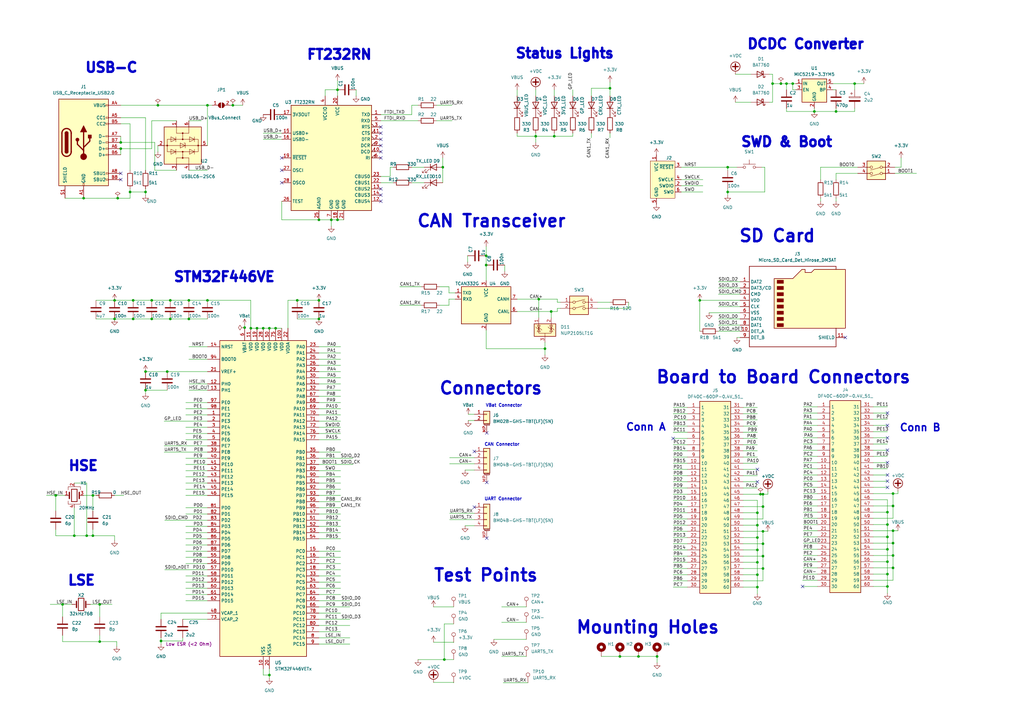
<source format=kicad_sch>
(kicad_sch (version 20230121) (generator eeschema)
  (paper "A3")
  (title_block (title "STM32F446VETx Module") (date "2024-01-22") (rev "Rev 1.0.0"))
  (junction (at 46.99 130.81))
  (junction (at 310.642 240.792))
  (junction (at 312.928 228.092))
  (junction (at 312.928 223.012))
  (junction (at 227.33 55.88))
  (junction (at 46.99 123.19))
  (junction (at 59.69 152.4))
  (junction (at 113.03 134.62))
  (junction (at 366.268 232.918))
  (junction (at 130.81 90.17))
  (junction (at 322.58 34.29))
  (junction (at 22.86 203.2))
  (junction (at 49.53 60.96))
  (junction (at 366.268 217.678))
  (junction (at 223.52 143.002))
  (junction (at 25.654 247.904))
  (junction (at 366.268 202.438))
  (junction (at 320.294 34.29))
  (junction (at 85.09 43.18))
  (junction (at 49.53 58.42))
  (junction (at 261.874 269.24))
  (junction (at 135.89 90.17))
  (junction (at 250.19 36.195))
  (junction (at 107.95 134.62))
  (junction (at 334.01 45.72))
  (junction (at 325.12 34.29))
  (junction (at 34.29 81.28))
  (junction (at 181.61 68.58))
  (junction (at 363.982 230.378))
  (junction (at 102.87 134.62))
  (junction (at 68.58 152.4))
  (junction (at 138.43 90.17))
  (junction (at 40.894 247.904))
  (junction (at 54.61 130.81))
  (junction (at 59.69 78.74))
  (junction (at 199.39 104.902))
  (junction (at 310.642 235.712))
  (junction (at 298.45 68.58))
  (junction (at 182.245 270.51))
  (junction (at 130.81 130.81))
  (junction (at 363.982 235.458))
  (junction (at 53.34 78.74))
  (junction (at 85.09 123.19))
  (junction (at 342.9 45.72))
  (junction (at 59.69 160.02))
  (junction (at 311.912 202.692))
  (junction (at 69.85 130.81))
  (junction (at 110.49 134.62))
  (junction (at 363.982 225.298))
  (junction (at 138.43 36.83))
  (junction (at 310.642 210.312))
  (junction (at 30.48 219.71))
  (junction (at 38.1 203.2))
  (junction (at 363.982 240.538))
  (junction (at 269.494 269.24))
  (junction (at 95.504 43.18))
  (junction (at 310.642 230.632))
  (junction (at 350.52 34.29))
  (junction (at 312.928 207.772))
  (junction (at 110.49 276.86))
  (junction (at 62.23 123.19))
  (junction (at 310.642 220.472))
  (junction (at 363.982 220.218))
  (junction (at 62.23 130.81))
  (junction (at 199.39 108.712))
  (junction (at 366.268 227.838))
  (junction (at 77.47 123.19))
  (junction (at 310.642 215.392))
  (junction (at 316.865 34.29))
  (junction (at 219.71 55.88))
  (junction (at 54.61 123.19))
  (junction (at 363.982 215.138))
  (junction (at 121.92 123.19))
  (junction (at 100.33 134.366))
  (junction (at 310.642 225.552))
  (junction (at 312.928 233.172))
  (junction (at 48.26 81.28))
  (junction (at 40.894 263.144))
  (junction (at 77.47 130.81))
  (junction (at 38.1 219.71))
  (junction (at 130.81 123.19))
  (junction (at 312.928 202.692))
  (junction (at 64.77 43.18))
  (junction (at 366.268 207.518))
  (junction (at 287.02 123.19))
  (junction (at 363.982 210.058))
  (junction (at 366.268 222.758))
  (junction (at 105.41 134.62))
  (junction (at 66.04 262.89))
  (junction (at 254.254 269.24))
  (junction (at 298.45 78.74))
  (junction (at 312.928 217.932))
  (junction (at 226.06 127.762))
  (junction (at 35.56 219.71))
  (junction (at 220.98 122.682))
  (junction (at 69.85 123.19))
  (no_connect (at 363.982 169.418))
  (no_connect (at 49.53 71.12))
  (no_connect (at 199.644 220.726))
  (no_connect (at 363.982 184.658))
  (no_connect (at 276.098 179.832))
  (no_connect (at 329.184 240.538))
  (no_connect (at 310.642 192.532))
  (no_connect (at 115.57 64.77))
  (no_connect (at 156.21 82.55))
  (no_connect (at 156.21 54.61))
  (no_connect (at 115.57 69.85))
  (no_connect (at 156.21 59.69))
  (no_connect (at 156.21 62.23))
  (no_connect (at 363.982 189.738))
  (no_connect (at 346.71 138.43))
  (no_connect (at 194.564 208.026))
  (no_connect (at 363.982 199.898))
  (no_connect (at 199.644 177.546))
  (no_connect (at 363.982 197.358))
  (no_connect (at 49.53 73.66))
  (no_connect (at 115.57 74.93))
  (no_connect (at 156.21 77.47))
  (no_connect (at 363.982 174.498))
  (no_connect (at 310.642 197.612))
  (no_connect (at 156.21 80.01))
  (no_connect (at 363.982 194.818))
  (no_connect (at 156.21 57.15))
  (no_connect (at 156.21 52.07))
  (no_connect (at 199.644 197.866))
  (no_connect (at 363.982 179.578))
  (no_connect (at 156.21 64.77))
  (no_connect (at 194.564 185.166))
  (wire (pts (xy 219.71 55.88) (xy 219.71 58.42)))
  (wire (pts (xy 358.14 217.678) (xy 366.268 217.678)))
  (wire (pts (xy 68.58 152.4) (xy 85.09 152.4)))
  (wire (pts (xy 304.8 240.792) (xy 310.642 240.792)))
  (wire (pts (xy 219.71 55.88) (xy 219.71 54.61)))
  (wire (pts (xy 77.47 69.85) (xy 85.09 69.85)))
  (wire (pts (xy 304.8 233.172) (xy 312.928 233.172)))
  (wire (pts (xy 276.098 192.532) (xy 281.94 192.532)))
  (wire (pts (xy 329.438 207.518) (xy 335.28 207.518)))
  (wire (pts (xy 342.9 71.12) (xy 342.9 73.66)))
  (wire (pts (xy 358.14 232.918) (xy 366.268 232.918)))
  (wire (pts (xy 329.438 225.298) (xy 335.28 225.298)))
  (wire (pts (xy 130.81 231.14) (xy 139.7 231.14)))
  (wire (pts (xy 63.5 58.42) (xy 63.5 69.85)))
  (wire (pts (xy 184.404 210.566) (xy 194.564 210.566)))
  (wire (pts (xy 186.69 122.682) (xy 184.15 122.682)))
  (wire (pts (xy 46.99 130.81) (xy 54.61 130.81)))
  (wire (pts (xy 77.47 157.48) (xy 85.09 157.48)))
  (wire (pts (xy 358.14 179.578) (xy 363.982 179.578)))
  (wire (pts (xy 329.438 235.458) (xy 335.28 235.458)))
  (wire (pts (xy 38.1 219.71) (xy 46.99 219.71)))
  (wire (pts (xy 329.438 212.598) (xy 335.28 212.598)))
  (wire (pts (xy 107.95 276.86) (xy 110.49 276.86)))
  (wire (pts (xy 246.634 269.24) (xy 254.254 269.24)))
  (wire (pts (xy 325.12 34.29) (xy 326.39 34.29)))
  (wire (pts (xy 341.63 34.29) (xy 350.52 34.29)))
  (wire (pts (xy 368.3 202.438) (xy 366.268 202.438)))
  (wire (pts (xy 329.438 174.498) (xy 335.28 174.498)))
  (wire (pts (xy 66.04 262.89) (xy 66.04 264.16)))
  (wire (pts (xy 130.81 256.54) (xy 143.51 256.54)))
  (wire (pts (xy 358.14 184.658) (xy 363.982 184.658)))
  (wire (pts (xy 77.47 142.24) (xy 85.09 142.24)))
  (wire (pts (xy 130.81 203.2) (xy 139.7 203.2)))
  (wire (pts (xy 130.81 172.72) (xy 139.7 172.72)))
  (wire (pts (xy 177.8 248.92) (xy 186.055 248.92)))
  (wire (pts (xy 49.53 43.18) (xy 64.77 43.18)))
  (wire (pts (xy 329.438 220.218) (xy 335.28 220.218)))
  (wire (pts (xy 138.43 33.02) (xy 138.43 36.83)))
  (wire (pts (xy 118.11 134.62) (xy 118.11 123.19)))
  (wire (pts (xy 156.21 49.53) (xy 171.45 49.53)))
  (wire (pts (xy 192.024 172.466) (xy 194.564 172.466)))
  (wire (pts (xy 110.49 276.86) (xy 110.49 278.13)))
  (wire (pts (xy 310.642 215.392) (xy 310.642 220.472)))
  (wire (pts (xy 304.8 205.232) (xy 310.642 205.232)))
  (wire (pts (xy 67.564 233.68) (xy 85.09 233.68)))
  (wire (pts (xy 76.2 177.8) (xy 85.09 177.8)))
  (wire (pts (xy 130.81 213.36) (xy 139.7 213.36)))
  (wire (pts (xy 40.894 247.904) (xy 45.974 247.904)))
  (wire (pts (xy 358.14 174.498) (xy 363.982 174.498)))
  (wire (pts (xy 160.02 68.58) (xy 160.02 72.39)))
  (wire (pts (xy 363.982 220.218) (xy 363.982 225.298)))
  (wire (pts (xy 261.874 269.24) (xy 269.494 269.24)))
  (wire (pts (xy 358.14 204.978) (xy 363.982 204.978)))
  (wire (pts (xy 25.654 247.904) (xy 25.654 252.984)))
  (wire (pts (xy 130.81 243.84) (xy 139.7 243.84)))
  (wire (pts (xy 35.56 219.71) (xy 38.1 219.71)))
  (wire (pts (xy 276.098 184.912) (xy 281.94 184.912)))
  (wire (pts (xy 310.642 220.472) (xy 310.642 225.552)))
  (wire (pts (xy 30.48 219.71) (xy 35.56 219.71)))
  (wire (pts (xy 342.9 71.12) (xy 351.79 71.12)))
  (wire (pts (xy 329.438 189.738) (xy 335.28 189.738)))
  (wire (pts (xy 366.268 202.438) (xy 366.268 207.518)))
  (wire (pts (xy 276.098 202.692) (xy 281.94 202.692)))
  (wire (pts (xy 358.14 189.738) (xy 363.982 189.738)))
  (wire (pts (xy 113.03 134.62) (xy 115.57 134.62)))
  (wire (pts (xy 130.81 187.96) (xy 144.78 187.96)))
  (wire (pts (xy 298.45 69.85) (xy 298.45 68.58)))
  (wire (pts (xy 335.28 215.138) (xy 329.438 215.138)))
  (wire (pts (xy 358.14 166.878) (xy 363.982 166.878)))
  (wire (pts (xy 334.01 44.45) (xy 334.01 45.72)))
  (wire (pts (xy 130.81 208.28) (xy 139.7 208.28)))
  (wire (pts (xy 304.8 225.552) (xy 310.642 225.552)))
  (wire (pts (xy 76.2 208.28) (xy 85.09 208.28)))
  (wire (pts (xy 76.2 200.66) (xy 85.09 200.66)))
  (wire (pts (xy 76.2 241.3) (xy 85.09 241.3)))
  (wire (pts (xy 76.2 180.34) (xy 85.09 180.34)))
  (wire (pts (xy 68.58 160.02) (xy 59.69 160.02)))
  (wire (pts (xy 100.33 133.35) (xy 100.33 134.366)))
  (wire (pts (xy 130.81 90.17) (xy 135.89 90.17)))
  (wire (pts (xy 85.09 43.18) (xy 85.09 59.69)))
  (wire (pts (xy 276.098 240.792) (xy 281.94 240.792)))
  (wire (pts (xy 46.99 123.19) (xy 54.61 123.19)))
  (wire (pts (xy 329.438 182.118) (xy 335.28 182.118)))
  (wire (pts (xy 76.2 246.38) (xy 85.09 246.38)))
  (wire (pts (xy 130.81 149.86) (xy 139.7 149.86)))
  (wire (pts (xy 76.2 243.84) (xy 85.09 243.84)))
  (wire (pts (xy 35.56 198.12) (xy 35.56 219.71)))
  (wire (pts (xy 310.642 205.232) (xy 310.642 210.312)))
  (wire (pts (xy 304.8 192.532) (xy 310.642 192.532)))
  (wire (pts (xy 219.71 36.83) (xy 219.71 39.37)))
  (wire (pts (xy 130.81 193.04) (xy 139.7 193.04)))
  (wire (pts (xy 184.404 187.706) (xy 194.564 187.706)))
  (wire (pts (xy 76.2 218.44) (xy 85.09 218.44)))
  (wire (pts (xy 276.098 210.312) (xy 281.94 210.312)))
  (wire (pts (xy 294.64 133.35) (xy 303.53 133.35)))
  (wire (pts (xy 358.14 220.218) (xy 363.982 220.218)))
  (wire (pts (xy 62.23 60.96) (xy 62.23 49.53)))
  (wire (pts (xy 180.34 125.222) (xy 184.15 125.222)))
  (wire (pts (xy 276.098 172.212) (xy 281.94 172.212)))
  (wire (pts (xy 53.34 50.8) (xy 53.34 69.85)))
  (wire (pts (xy 250.19 33.655) (xy 250.19 36.195)))
  (wire (pts (xy 130.81 154.94) (xy 139.7 154.94)))
  (wire (pts (xy 329.184 240.538) (xy 335.28 240.538)))
  (wire (pts (xy 77.47 123.19) (xy 85.09 123.19)))
  (wire (pts (xy 304.8 223.012) (xy 312.928 223.012)))
  (wire (pts (xy 312.928 202.692) (xy 312.928 207.772)))
  (wire (pts (xy 130.81 246.38) (xy 143.51 246.38)))
  (wire (pts (xy 20.574 247.904) (xy 25.654 247.904)))
  (wire (pts (xy 302.26 138.43) (xy 303.53 138.43)))
  (wire (pts (xy 342.9 82.55) (xy 342.9 81.28)))
  (wire (pts (xy 206.375 280.035) (xy 216.535 280.035)))
  (wire (pts (xy 25.654 247.904) (xy 29.464 247.904)))
  (wire (pts (xy 294.64 118.11) (xy 303.53 118.11)))
  (wire (pts (xy 34.29 81.28) (xy 48.26 81.28)))
  (wire (pts (xy 102.87 134.62) (xy 105.41 134.62)))
  (wire (pts (xy 242.57 36.195) (xy 242.57 39.37)))
  (wire (pts (xy 199.39 135.382) (xy 199.39 143.002)))
  (wire (pts (xy 212.09 127.762) (xy 226.06 127.762)))
  (wire (pts (xy 130.81 241.3) (xy 139.7 241.3)))
  (wire (pts (xy 358.14 237.998) (xy 366.268 237.998)))
  (wire (pts (xy 133.35 39.37) (xy 133.35 36.83)))
  (wire (pts (xy 179.07 49.53) (xy 185.42 49.53)))
  (wire (pts (xy 276.098 220.472) (xy 281.94 220.472)))
  (wire (pts (xy 250.19 56.515) (xy 250.19 54.61)))
  (wire (pts (xy 107.95 57.15) (xy 115.57 57.15)))
  (wire (pts (xy 66.04 262.89) (xy 66.04 261.62)))
  (wire (pts (xy 54.61 130.81) (xy 62.23 130.81)))
  (wire (pts (xy 304.8 220.472) (xy 310.642 220.472)))
  (wire (pts (xy 276.098 217.932) (xy 281.94 217.932)))
  (wire (pts (xy 107.95 54.61) (xy 115.57 54.61)))
  (wire (pts (xy 310.642 230.632) (xy 310.642 235.712)))
  (wire (pts (xy 53.34 78.74) (xy 53.34 77.47)))
  (wire (pts (xy 326.39 36.83) (xy 325.12 36.83)))
  (wire (pts (xy 67.564 213.36) (xy 85.09 213.36)))
  (wire (pts (xy 130.81 220.98) (xy 139.7 220.98)))
  (wire (pts (xy 49.53 58.42) (xy 63.5 58.42)))
  (wire (pts (xy 186.055 255.905) (xy 182.245 255.905)))
  (wire (pts (xy 85.09 123.19) (xy 102.87 123.19)))
  (wire (pts (xy 95.504 43.18) (xy 99.568 43.18)))
  (wire (pts (xy 276.098 225.552) (xy 281.94 225.552)))
  (wire (pts (xy 76.2 193.04) (xy 85.09 193.04)))
  (wire (pts (xy 59.69 80.01) (xy 59.69 78.74)))
  (wire (pts (xy 47.879 265.049) (xy 47.879 263.144)))
  (wire (pts (xy 304.8 184.912) (xy 310.642 184.912)))
  (wire (pts (xy 130.81 205.74) (xy 139.7 205.74)))
  (wire (pts (xy 298.45 78.74) (xy 298.45 77.47)))
  (wire (pts (xy 358.14 194.818) (xy 363.982 194.818)))
  (wire (pts (xy 298.45 68.58) (xy 279.4 68.58)))
  (wire (pts (xy 329.438 230.378) (xy 335.28 230.378)))
  (wire (pts (xy 228.6 126.492) (xy 228.6 127.762)))
  (wire (pts (xy 329.438 192.278) (xy 335.28 192.278)))
  (wire (pts (xy 227.33 36.83) (xy 227.33 39.37)))
  (wire (pts (xy 212.09 55.88) (xy 219.71 55.88)))
  (wire (pts (xy 304.8 189.992) (xy 310.642 189.992)))
  (wire (pts (xy 49.53 50.8) (xy 53.34 50.8)))
  (wire (pts (xy 48.26 81.28) (xy 53.34 81.28)))
  (wire (pts (xy 294.64 130.81) (xy 303.53 130.81)))
  (wire (pts (xy 130.81 170.18) (xy 139.7 170.18)))
  (wire (pts (xy 130.81 142.24) (xy 139.7 142.24)))
  (wire (pts (xy 194.564 215.646) (xy 190.754 215.646)))
  (wire (pts (xy 205.74 269.24) (xy 215.9 269.24)))
  (wire (pts (xy 26.67 81.28) (xy 34.29 81.28)))
  (wire (pts (xy 130.81 238.76) (xy 139.7 238.76)))
  (wire (pts (xy 130.81 177.8) (xy 139.7 177.8)))
  (wire (pts (xy 358.14 177.038) (xy 363.982 177.038)))
  (wire (pts (xy 192.024 169.926) (xy 194.564 169.926)))
  (wire (pts (xy 363.982 210.058) (xy 363.982 215.138)))
  (wire (pts (xy 276.098 182.372) (xy 281.94 182.372)))
  (wire (pts (xy 276.098 169.672) (xy 281.94 169.672)))
  (wire (pts (xy 304.8 202.692) (xy 311.912 202.692)))
  (wire (pts (xy 358.14 199.898) (xy 363.982 199.898)))
  (wire (pts (xy 358.14 187.198) (xy 363.982 187.198)))
  (wire (pts (xy 329.438 171.958) (xy 335.28 171.958)))
  (wire (pts (xy 366.268 217.678) (xy 366.268 222.758)))
  (wire (pts (xy 184.15 122.682) (xy 184.15 125.222)))
  (wire (pts (xy 22.86 219.71) (xy 30.48 219.71)))
  (wire (pts (xy 358.14 215.138) (xy 363.982 215.138)))
  (wire (pts (xy 223.52 140.462) (xy 223.52 143.002)))
  (wire (pts (xy 49.53 48.26) (xy 59.69 48.26)))
  (wire (pts (xy 269.494 269.24) (xy 269.494 271.78)))
  (wire (pts (xy 76.2 228.6) (xy 85.09 228.6)))
  (wire (pts (xy 64.77 59.69) (xy 64.77 62.23)))
  (wire (pts (xy 74.93 254) (xy 85.09 254)))
  (wire (pts (xy 30.48 208.28) (xy 30.48 219.71)))
  (wire (pts (xy 358.14 192.278) (xy 363.982 192.278)))
  (wire (pts (xy 160.02 68.58) (xy 161.29 68.58)))
  (wire (pts (xy 227.33 54.61) (xy 227.33 55.88)))
  (wire (pts (xy 312.928 217.932) (xy 312.928 223.012)))
  (wire (pts (xy 76.2 198.12) (xy 85.09 198.12)))
  (wire (pts (xy 184.404 190.246) (xy 194.564 190.246)))
  (wire (pts (xy 342.9 45.72) (xy 350.52 45.72)))
  (wire (pts (xy 276.098 238.252) (xy 281.94 238.252)))
  (wire (pts (xy 59.69 78.74) (xy 59.69 77.47)))
  (wire (pts (xy 350.52 34.29) (xy 350.52 36.83)))
  (wire (pts (xy 322.58 45.72) (xy 334.01 45.72)))
  (wire (pts (xy 358.14 240.538) (xy 363.982 240.538)))
  (wire (pts (xy 130.81 226.06) (xy 139.7 226.06)))
  (wire (pts (xy 304.8 195.072) (xy 310.642 195.072)))
  (wire (pts (xy 336.55 68.58) (xy 336.55 73.66)))
  (wire (pts (xy 276.098 187.452) (xy 281.94 187.452)))
  (wire (pts (xy 304.8 212.852) (xy 312.928 212.852)))
  (wire (pts (xy 312.928 207.772) (xy 312.928 212.852)))
  (wire (pts (xy 366.268 232.918) (xy 366.268 237.998)))
  (wire (pts (xy 181.61 68.58) (xy 181.61 74.93)))
  (wire (pts (xy 245.11 123.952) (xy 250.19 123.952)))
  (wire (pts (xy 156.21 74.93) (xy 161.29 74.93)))
  (wire (pts (xy 76.2 220.98) (xy 85.09 220.98)))
  (wire (pts (xy 66.04 254) (xy 66.04 251.46)))
  (wire (pts (xy 135.89 90.17) (xy 138.43 90.17)))
  (wire (pts (xy 316.865 41.91) (xy 315.595 41.91)))
  (wire (pts (xy 38.1 203.2) (xy 39.37 203.2)))
  (wire (pts (xy 329.438 184.658) (xy 335.28 184.658)))
  (wire (pts (xy 76.2 170.18) (xy 85.09 170.18)))
  (wire (pts (xy 294.64 115.57) (xy 303.53 115.57)))
  (wire (pts (xy 130.81 198.12) (xy 139.7 198.12)))
  (wire (pts (xy 121.92 123.19) (xy 130.81 123.19)))
  (wire (pts (xy 228.6 123.952) (xy 228.6 122.682)))
  (wire (pts (xy 168.91 74.93) (xy 173.99 74.93)))
  (wire (pts (xy 366.268 222.758) (xy 366.268 227.838)))
  (wire (pts (xy 294.64 125.73) (xy 303.53 125.73)))
  (wire (pts (xy 184.15 117.602) (xy 180.34 117.602)))
  (wire (pts (xy 130.81 152.4) (xy 139.7 152.4)))
  (wire (pts (xy 276.098 177.292) (xy 281.94 177.292)))
  (wire (pts (xy 242.57 36.195) (xy 250.19 36.195)))
  (wire (pts (xy 276.098 197.612) (xy 281.94 197.612)))
  (wire (pts (xy 358.14 207.518) (xy 366.268 207.518)))
  (wire (pts (xy 182.245 270.51) (xy 186.055 270.51)))
  (wire (pts (xy 329.438 202.438) (xy 335.28 202.438)))
  (wire (pts (xy 368.3 201.422) (xy 368.3 202.438)))
  (wire (pts (xy 130.81 261.62) (xy 143.51 261.62)))
  (wire (pts (xy 294.64 120.65) (xy 303.53 120.65)))
  (wire (pts (xy 130.81 200.66) (xy 139.7 200.66)))
  (wire (pts (xy 47.879 263.144) (xy 40.894 263.144)))
  (wire (pts (xy 276.098 205.232) (xy 281.94 205.232)))
  (wire (pts (xy 118.11 123.19) (xy 121.92 123.19)))
  (wire (pts (xy 182.245 255.905) (xy 182.245 270.51)))
  (wire (pts (xy 366.268 207.518) (xy 366.268 212.598)))
  (wire (pts (xy 191.77 104.902) (xy 191.77 107.442)))
  (wire (pts (xy 366.268 227.838) (xy 366.268 232.918)))
  (wire (pts (xy 322.58 34.29) (xy 325.12 34.29)))
  (wire (pts (xy 25.654 263.144) (xy 40.894 263.144)))
  (wire (pts (xy 115.57 90.17) (xy 130.81 90.17)))
  (wire (pts (xy 186.69 120.142) (xy 184.15 120.142)))
  (wire (pts (xy 279.4 78.74) (xy 288.29 78.74)))
  (wire (pts (xy 107.95 274.32) (xy 107.95 276.86)))
  (wire (pts (xy 304.8 215.392) (xy 310.642 215.392)))
  (wire (pts (xy 184.404 213.106) (xy 194.564 213.106)))
  (wire (pts (xy 115.57 82.55) (xy 115.57 90.17)))
  (wire (pts (xy 39.37 130.81) (xy 46.99 130.81)))
  (wire (pts (xy 363.982 215.138) (xy 363.982 220.218)))
  (wire (pts (xy 76.2 167.64) (xy 85.09 167.64)))
  (wire (pts (xy 177.8 263.398) (xy 186.055 263.398)))
  (wire (pts (xy 130.81 218.44) (xy 139.7 218.44)))
  (wire (pts (xy 314.96 201.676) (xy 314.96 202.692)))
  (wire (pts (xy 335.28 179.578) (xy 329.438 179.578)))
  (wire (pts (xy 171.45 270.51) (xy 182.245 270.51)))
  (wire (pts (xy 336.55 68.58) (xy 351.79 68.58)))
  (wire (pts (xy 226.06 127.762) (xy 226.06 130.302)))
  (wire (pts (xy 76.2 187.96) (xy 85.09 187.96)))
  (wire (pts (xy 329.438 222.758) (xy 335.28 222.758)))
  (wire (pts (xy 368.3 217.678) (xy 366.268 217.678)))
  (wire (pts (xy 199.39 108.712) (xy 199.39 115.062)))
  (wire (pts (xy 130.81 236.22) (xy 139.7 236.22)))
  (wire (pts (xy 34.29 203.2) (xy 38.1 203.2)))
  (wire (pts (xy 276.098 189.992) (xy 281.94 189.992)))
  (wire (pts (xy 130.81 259.08) (xy 139.7 259.08)))
  (wire (pts (xy 257.81 123.952) (xy 257.81 126.492)))
  (wire (pts (xy 130.81 185.42) (xy 139.7 185.42)))
  (wire (pts (xy 46.99 221.615) (xy 46.99 219.71)))
  (wire (pts (xy 313.69 78.74) (xy 298.45 78.74)))
  (wire (pts (xy 130.81 165.1) (xy 139.7 165.1)))
  (wire (pts (xy 212.09 36.83) (xy 212.09 39.37)))
  (wire (pts (xy 100.33 134.366) (xy 100.33 134.62)))
  (wire (pts (xy 341.63 36.83) (xy 342.9 36.83)))
  (wire (pts (xy 160.02 72.39) (xy 156.21 72.39)))
  (wire (pts (xy 207.01 108.712) (xy 207.01 111.252)))
  (wire (pts (xy 369.57 64.77) (xy 369.57 68.58)))
  (wire (pts (xy 46.99 203.2) (xy 50.8 203.2)))
  (wire (pts (xy 184.15 120.142) (xy 184.15 117.602)))
  (wire (pts (xy 304.8 228.092) (xy 312.928 228.092)))
  (wire (pts (xy 276.098 207.772) (xy 281.94 207.772)))
  (wire (pts (xy 325.12 36.83) (xy 325.12 34.29)))
  (wire (pts (xy 133.35 36.83) (xy 138.43 36.83)))
  (wire (pts (xy 212.09 55.88) (xy 212.09 54.61)))
  (wire (pts (xy 329.438 169.418) (xy 335.28 169.418)))
  (wire (pts (xy 329.438 204.978) (xy 335.28 204.978)))
  (wire (pts (xy 38.1 217.17) (xy 38.1 219.71)))
  (wire (pts (xy 313.69 68.58) (xy 313.69 78.74)))
  (wire (pts (xy 304.8 217.932) (xy 312.928 217.932)))
  (wire (pts (xy 77.47 147.32) (xy 85.09 147.32)))
  (wire (pts (xy 329.438 177.038) (xy 335.28 177.038)))
  (wire (pts (xy 76.2 226.06) (xy 85.09 226.06)))
  (wire (pts (xy 358.14 182.118) (xy 363.982 182.118)))
  (wire (pts (xy 77.47 49.53) (xy 82.55 49.53)))
  (wire (pts (xy 138.43 36.83) (xy 138.43 39.37)))
  (wire (pts (xy 212.09 122.682) (xy 220.98 122.682)))
  (wire (pts (xy 199.39 143.002) (xy 223.52 143.002)))
  (wire (pts (xy 276.098 223.012) (xy 281.94 223.012)))
  (wire (pts (xy 177.8 279.908) (xy 186.055 279.908)))
  (wire (pts (xy 219.71 55.88) (xy 227.33 55.88)))
  (wire (pts (xy 310.642 235.712) (xy 310.642 240.792)))
  (wire (pts (xy 234.95 54.61) (xy 234.95 55.88)))
  (wire (pts (xy 304.8 174.752) (xy 310.642 174.752)))
  (wire (pts (xy 76.2 223.52) (xy 85.09 223.52)))
  (wire (pts (xy 130.81 215.9) (xy 139.7 215.9)))
  (wire (pts (xy 59.69 152.4) (xy 68.58 152.4)))
  (wire (pts (xy 281.94 215.392) (xy 276.098 215.392)))
  (wire (pts (xy 276.098 200.152) (xy 281.94 200.152)))
  (wire (pts (xy 186.055 279.908) (xy 186.055 280.035)))
  (wire (pts (xy 76.2 238.76) (xy 85.09 238.76)))
  (wire (pts (xy 276.098 167.132) (xy 281.94 167.132)))
  (wire (pts (xy 130.81 264.16) (xy 143.51 264.16)))
  (wire (pts (xy 63.5 69.85) (xy 72.39 69.85)))
  (wire (pts (xy 202.565 262.255) (xy 215.9 262.255)))
  (wire (pts (xy 220.98 122.682) (xy 228.6 122.682)))
  (wire (pts (xy 105.41 134.62) (xy 107.95 134.62)))
  (wire (pts (xy 205.74 248.92) (xy 215.9 248.92)))
  (wire (pts (xy 287.02 123.19) (xy 303.53 123.19)))
  (wire (pts (xy 130.81 248.92) (xy 143.51 248.92)))
  (wire (pts (xy 336.55 82.55) (xy 336.55 81.28)))
  (wire (pts (xy 130.81 157.48) (xy 139.7 157.48)))
  (wire (pts (xy 223.52 143.002) (xy 223.52 145.542)))
  (wire (pts (xy 130.81 144.78) (xy 139.7 144.78)))
  (wire (pts (xy 329.438 217.678) (xy 335.28 217.678)))
  (wire (pts (xy 171.45 43.18) (xy 168.91 43.18)))
  (wire (pts (xy 312.928 228.092) (xy 312.928 233.172)))
  (wire (pts (xy 320.294 34.29) (xy 322.58 34.29)))
  (wire (pts (xy 242.57 56.515) (xy 242.57 54.61)))
  (wire (pts (xy 342.9 45.72) (xy 342.9 44.45)))
  (wire (pts (xy 49.53 60.96) (xy 62.23 60.96)))
  (wire (pts (xy 358.14 222.758) (xy 366.268 222.758)))
  (wire (pts (xy 130.81 180.34) (xy 139.7 180.34)))
  (wire (pts (xy 76.2 210.82) (xy 85.09 210.82)))
  (wire (pts (xy 322.58 44.45) (xy 322.58 45.72)))
  (wire (pts (xy 314.96 217.932) (xy 312.928 217.932)))
  (wire (pts (xy 314.96 202.692) (xy 312.928 202.692)))
  (wire (pts (xy 76.2 203.2) (xy 85.09 203.2)))
  (wire (pts (xy 287.02 123.19) (xy 287.02 135.89)))
  (wire (pts (xy 186.055 263.398) (xy 186.055 263.525)))
  (wire (pts (xy 281.94 179.832) (xy 276.098 179.832)))
  (wire (pts (xy 205.74 255.27) (xy 215.9 255.27)))
  (wire (pts (xy 39.37 123.19) (xy 46.99 123.19)))
  (wire (pts (xy 53.34 81.28) (xy 53.34 78.74)))
  (wire (pts (xy 220.98 122.682) (xy 220.98 130.302)))
  (wire (pts (xy 25.654 263.144) (xy 25.654 260.604)))
  (wire (pts (xy 229.87 126.492) (xy 228.6 126.492)))
  (wire (pts (xy 130.81 175.26) (xy 139.7 175.26)))
  (wire (pts (xy 76.2 231.14) (xy 85.09 231.14)))
  (wire (pts (xy 77.47 160.02) (xy 85.09 160.02)))
  (wire (pts (xy 329.438 194.818) (xy 335.28 194.818)))
  (wire (pts (xy 66.04 262.89) (xy 74.93 262.89)))
  (wire (pts (xy 49.53 60.96) (xy 49.53 63.5)))
  (wire (pts (xy 304.8 172.212) (xy 310.642 172.212)))
  (wire (pts (xy 329.438 199.898) (xy 335.28 199.898)))
  (wire (pts (xy 181.61 64.77) (xy 181.61 68.58)))
  (wire (pts (xy 190.754 192.786) (xy 194.564 192.786)))
  (wire (pts (xy 316.865 30.48) (xy 316.865 34.29)))
  (wire (pts (xy 130.81 162.56) (xy 139.7 162.56)))
  (wire (pts (xy 301.625 41.91) (xy 307.975 41.91)))
  (wire (pts (xy 130.81 147.32) (xy 139.7 147.32)))
  (wire (pts (xy 76.2 165.1) (xy 85.09 165.1)))
  (wire (pts (xy 304.8 169.672) (xy 310.642 169.672)))
  (wire (pts (xy 62.23 123.19) (xy 69.85 123.19)))
  (wire (pts (xy 22.86 217.17) (xy 22.86 219.71)))
  (wire (pts (xy 363.982 204.978) (xy 363.982 210.058)))
  (wire (pts (xy 227.33 55.88) (xy 234.95 55.88)))
  (wire (pts (xy 316.865 30.48) (xy 315.595 30.48)))
  (wire (pts (xy 358.14 171.958) (xy 363.982 171.958)))
  (wire (pts (xy 358.14 210.058) (xy 363.982 210.058)))
  (wire (pts (xy 276.098 212.852) (xy 281.94 212.852)))
  (wire (pts (xy 276.098 174.752) (xy 281.94 174.752)))
  (wire (pts (xy 329.438 210.058) (xy 335.28 210.058)))
  (wire (pts (xy 358.14 212.598) (xy 366.268 212.598)))
  (wire (pts (xy 130.81 210.82) (xy 139.7 210.82)))
  (wire (pts (xy 110.49 134.62) (xy 113.03 134.62)))
  (wire (pts (xy 234.95 36.83) (xy 234.95 39.37)))
  (wire (pts (xy 310.642 210.312) (xy 310.642 215.392)))
  (wire (pts (xy 130.81 167.64) (xy 139.7 167.64)))
  (wire (pts (xy 301.625 30.48) (xy 307.975 30.48)))
  (wire (pts (xy 304.8 210.312) (xy 310.642 210.312)))
  (wire (pts (xy 40.894 263.144) (xy 40.894 260.604)))
  (wire (pts (xy 304.8 235.712) (xy 310.642 235.712)))
  (wire (pts (xy 37.084 247.904) (xy 40.894 247.904)))
  (wire (pts (xy 49.53 55.88) (xy 49.53 58.42)))
  (wire (pts (xy 62.23 130.81) (xy 69.85 130.81)))
  (wire (pts (xy 67.31 185.42) (xy 85.09 185.42)))
  (wire (pts (xy 350.52 45.72) (xy 350.52 44.45)))
  (wire (pts (xy 156.21 46.99) (xy 168.91 46.99)))
  (wire (pts (xy 312.928 223.012) (xy 312.928 228.092)))
  (wire (pts (xy 69.85 123.19) (xy 77.47 123.19)))
  (wire (pts (xy 38.1 203.2) (xy 38.1 209.55)))
  (wire (pts (xy 298.45 80.01) (xy 298.45 78.74)))
  (wire (pts (xy 279.4 76.2) (xy 288.29 76.2)))
  (wire (pts (xy 358.14 202.438) (xy 366.268 202.438)))
  (wire (pts (xy 102.87 123.19) (xy 102.87 134.62)))
  (wire (pts (xy 226.06 127.762) (xy 228.6 127.762)))
  (wire (pts (xy 67.31 182.88) (xy 85.09 182.88)))
  (wire (pts (xy 130.81 195.58) (xy 139.7 195.58)))
  (wire (pts (xy 74.93 262.89) (xy 74.93 261.62)))
  (wire (pts (xy 310.642 225.552) (xy 310.642 230.632)))
  (wire (pts (xy 54.61 123.19) (xy 62.23 123.19)))
  (wire (pts (xy 229.87 123.952) (xy 228.6 123.952)))
  (wire (pts (xy 304.8 207.772) (xy 312.928 207.772)))
  (wire (pts (xy 276.098 195.072) (xy 281.94 195.072)))
  (wire (pts (xy 350.52 34.29) (xy 354.33 34.29)))
  (wire (pts (xy 329.438 232.918) (xy 335.28 232.918)))
  (wire (pts (xy 130.81 233.68) (xy 139.7 233.68)))
  (wire (pts (xy 64.77 43.18) (xy 85.09 43.18)))
  (wire (pts (xy 316.865 34.29) (xy 320.294 34.29)))
  (wire (pts (xy 276.098 230.632) (xy 281.94 230.632)))
  (wire (pts (xy 168.91 68.58) (xy 173.99 68.58)))
  (wire (pts (xy 59.69 48.26) (xy 59.69 69.85)))
  (wire (pts (xy 76.2 190.5) (xy 85.09 190.5)))
  (wire (pts (xy 304.8 238.252) (xy 312.928 238.252)))
  (wire (pts (xy 110.49 274.32) (xy 110.49 276.86)))
  (wire (pts (xy 276.098 235.712) (xy 281.94 235.712)))
  (wire (pts (xy 135.89 92.71) (xy 135.89 90.17)))
  (wire (pts (xy 59.69 161.29) (xy 59.69 160.02)))
  (wire (pts (xy 358.14 225.298) (xy 363.982 225.298)))
  (wire (pts (xy 290.83 128.27) (xy 303.53 128.27)))
  (wire (pts (xy 146.05 36.83) (xy 146.05 39.37)))
  (wire (pts (xy 311.912 202.692) (xy 312.928 202.692)))
  (wire (pts (xy 53.34 78.74) (xy 59.69 78.74)))
  (wire (pts (xy 67.31 172.72) (xy 85.09 172.72)))
  (wire (pts (xy 163.957 117.602) (xy 172.72 117.602)))
  (wire (pts (xy 179.07 43.18) (xy 185.42 43.18)))
  (wire (pts (xy 59.69 160.02) (xy 59.69 158.75)))
  (wire (pts (xy 19.05 203.2) (xy 22.86 203.2)))
  (wire (pts (xy 254.254 269.24) (xy 261.874 269.24)))
  (wire (pts (xy 22.86 209.55) (xy 22.86 203.2)))
  (wire (pts (xy 329.438 187.198) (xy 335.28 187.198)))
  (wire (pts (xy 334.01 45.72) (xy 342.9 45.72)))
  (wire (pts (xy 316.865 34.29) (xy 316.865 41.91)))
  (wire (pts (xy 363.982 230.378) (xy 363.982 235.458)))
  (wire (pts (xy 304.8 167.132) (xy 310.642 167.132)))
  (wire (pts (xy 304.8 187.452) (xy 310.642 187.452)))
  (wire (pts (xy 107.95 134.62) (xy 110.49 134.62)))
  (wire (pts (xy 313.69 68.58) (xy 312.42 68.58)))
  (wire (pts (xy 85.09 43.18) (xy 86.995 43.18)))
  (wire (pts (xy 76.2 215.9) (xy 85.09 215.9)))
  (wire (pts (xy 322.58 34.29) (xy 322.58 36.83)))
  (wire (pts (xy 130.81 190.5) (xy 144.78 190.5)))
  (wire (pts (xy 40.894 247.904) (xy 40.894 252.984)))
  (wire (pts (xy 329.184 237.998) (xy 335.28 237.998)))
  (wire (pts (xy 130.81 254) (xy 143.51 254)))
  (wire (pts (xy 250.19 36.195) (xy 250.19 39.37)))
  (wire (pts (xy 363.982 235.458) (xy 363.982 240.538)))
  (wire (pts (xy 363.982 240.538) (xy 363.982 243.332)))
  (wire (pts (xy 363.982 225.298) (xy 363.982 230.378)))
  (wire (pts (xy 199.39 104.902) (xy 199.39 108.712)))
  (wire (pts (xy 76.2 175.26) (xy 85.09 175.26)))
  (wire (pts (xy 304.8 230.632) (xy 310.642 230.632)))
  (wire (pts (xy 329.438 227.838) (xy 335.28 227.838)))
  (wire (pts (xy 163.957 125.222) (xy 172.72 125.222)))
  (wire (pts (xy 168.91 43.18) (xy 168.91 46.99)))
  (wire (pts (xy 121.92 130.81) (xy 130.81 130.81)))
  (wire (pts (xy 358.14 235.458) (xy 363.982 235.458)))
  (wire (pts (xy 257.81 126.492) (xy 245.11 126.492)))
  (wire (pts (xy 312.928 233.172) (xy 312.928 238.252)))
  (wire (pts (xy 358.14 197.358) (xy 363.982 197.358)))
  (wire (pts (xy 367.03 68.58) (xy 369.57 68.58)))
  (wire (pts (xy 358.14 230.378) (xy 363.982 230.378)))
  (wire (pts (xy 30.48 198.12) (xy 35.56 198.12)))
  (wire (pts (xy 298.45 68.58) (xy 302.26 68.58)))
  (wire (pts (xy 130.81 160.02) (xy 139.7 160.02)))
  (wire (pts (xy 279.4 73.66) (xy 288.29 73.66)))
  (wire (pts (xy 304.8 200.152) (xy 310.642 200.152)))
  (wire (pts (xy 367.03 71.12) (xy 375.92 71.12)))
  (wire (pts (xy 276.098 233.172) (xy 281.94 233.172)))
  (wire (pts (xy 199.39 101.092) (xy 199.39 104.902)))
  (wire (pts (xy 69.85 130.81) (xy 77.47 130.81)))
  (wire (pts (xy 138.43 90.17) (xy 140.97 90.17)))
  (wire (pts (xy 66.04 251.46) (xy 85.09 251.46)))
  (wire (pts (xy 304.8 179.832) (xy 310.642 179.832)))
  (wire (pts (xy 304.8 182.372) (xy 310.642 182.372)))
  (wire (pts (xy 276.098 228.092) (xy 281.94 228.092)))
  (wire (pts (xy 329.438 197.358) (xy 335.28 197.358)))
  (wire (pts (xy 294.64 135.89) (xy 303.53 135.89)))
  (wire (pts (xy 62.23 49.53) (xy 72.39 49.53)))
  (wire (pts (xy 94.615 43.18) (xy 95.504 43.18)))
  (wire (pts (xy 130.81 251.46) (xy 139.7 251.46)))
  (wire (pts (xy 76.2 195.58) (xy 85.09 195.58)))
  (wire (pts (xy 304.8 197.612) (xy 310.642 197.612)))
  (wire (pts (xy 358.14 227.838) (xy 366.268 227.838)))
  (wire (pts (xy 304.8 177.292) (xy 310.642 177.292)))
  (wire (pts (xy 329.438 166.878) (xy 335.28 166.878)))
  (wire (pts (xy 76.2 236.22) (xy 85.09 236.22)))
  (wire (pts (xy 77.47 130.81) (xy 85.09 130.81)))
  (wire (pts (xy 310.642 240.792) (xy 310.642 243.586)))
  (wire (pts (xy 358.14 169.418) (xy 363.982 169.418)))
  (wire (pts (xy 22.86 203.2) (xy 26.67 203.2)))
  (wire (pts (xy 130.81 228.6) (xy 139.7 228.6)))
  (text "HSE\n" (at 27.686 193.548 0) (effects (font (size 4 4) (thickness 1) bold) (justify left bottom)))
  (text "Board to Board Connectors" (at 268.732 157.734 0) (effects (font (size 5 5) (thickness 1) bold) (justify left bottom)))
  (text "SWD & Boot" (at 303.53 60.706 0) (effects (font (size 4 4) (thickness 1) bold) (justify left bottom)))
  (text "SD Card" (at 302.768 99.822 0) (effects (font (size 5 5) (thickness 1) bold) (justify left bottom)))
  (text "Test Points" (at 177.546 239.014 0) (effects (font (size 5 5) (thickness 1) bold) (justify left bottom)))
  (text "FT232RN" (at 125.476 24.892 0) (effects (font (size 4 4) (thickness 1) bold) (justify left bottom)))
  (text "CAN Connector\n" (at 198.628 183.134 0) (effects (font (size 1.27 1.27) bold) (justify left bottom)))
  (text "LSE\n" (at 27.432 240.538 0) (effects (font (size 4 4) (thickness 1) bold) (justify left bottom)))
  (text "VBat Connector" (at 199.136 167.132 0) (effects (font (size 1.27 1.27) bold) (justify left bottom)))
  (text "CAN Transceiver" (at 170.688 93.726 0) (effects (font (size 5 5) (thickness 1) bold) (justify left bottom)))
  (text "USB-C\n" (at 34.544 30.226 0) (effects (font (size 4 4) (thickness 1) bold) (justify left bottom)))
  (text "Conn A" (at 256.54 177.038 0) (effects (font (size 3 3) (thickness 0.6) bold) (justify left bottom)))
  (text "Connectors" (at 179.832 162.306 0) (effects (font (size 5 5) (thickness 1) bold) (justify left bottom)))
  (text "Conn B" (at 368.808 177.292 0) (effects (font (size 3 3) (thickness 0.6) bold) (justify left bottom)))
  (text "STM32F446VE" (at 70.866 116.078 0) (effects (font (size 4 4) (thickness 1) bold) (justify left bottom)))
  (text "Mounting Holes\n" (at 235.966 260.35 0) (effects (font (size 5 5) (thickness 1) bold) (justify left bottom)))
  (text "Status Lights" (at 211.074 24.384 0) (effects (font (size 4 4) (thickness 1) bold) (justify left bottom)))
  (text "UART Connector\n" (at 198.628 205.486 0) (effects (font (size 1.27 1.27) bold) (justify left bottom)))
  (text "DCDC Converter" (at 306.07 20.574 0) (effects (font (size 4 4) (thickness 1) bold) (justify left bottom)))
  (label "PE3" (at 79.248 172.72 0))
  (label "PD1" (at 276.098 192.532 0))
  (label "PD0" (at 276.098 187.452 0))
  (label "PA7" (at 133.858 160.02 0))
  (label "CAN1_RX" (at 139.7 205.74 0))
  (label "PD14" (at 276.098 225.552 0))
  (label "PE1" (at 79.248 167.64 0))
  (label "PD15" (at 276.098 230.632 0))
  (label "PD0" (at 79.248 208.28 0))
  (label "PD13" (at 78.74 241.3 0))
  (label "PB7" (at 133.604 203.2 0))
  (label "CAN+" (at 207.645 248.92 0))
  (label "PA11" (at 133.604 170.18 0))
  (label "UART5_TX" (at 180.34 49.53 0))
  (label "PD10" (at 276.098 205.232 0))
  (label "PB5" (at 133.604 198.12 0))
  (label "PB6" (at 276.098 238.252 0))
  (label "PC10" (at 133.35 251.46 0))
  (label "PC10" (at 276.352 172.212 0))
  (label "SWO" (at 133.35 193.04 0))
  (label "PE6" (at 329.438 207.518 0))
  (label "PA6" (at 329.438 184.658 0))
  (label "PC12" (at 276.098 182.372 0))
  (label "SDIO_D0" (at 294.64 130.81 0))
  (label "PC12" (at 133.35 256.54 0))
  (label "PB10" (at 133.604 210.82 0))
  (label "CAN-" (at 329.438 235.458 0))
  (label "PE0" (at 306.324 182.372 0))
  (label "UART5_TX" (at 205.74 269.24 0))
  (label "PA1" (at 329.438 171.958 0))
  (label "UART5_RX" (at 184.404 210.566 0))
  (label "PE11" (at 79.248 193.04 0))
  (label "PC9" (at 133.604 248.92 0))
  (label "PD2" (at 276.098 197.612 0))
  (label "UART5_TX" (at 184.404 213.106 0))
  (label "PB0" (at 329.438 204.978 0))
  (label "USB_D-" (at 107.95 57.15 0))
  (label "PD11" (at 276.098 210.312 0))
  (label "CAN-" (at 207.645 255.27 0))
  (label "PE15" (at 78.994 203.2 0))
  (label "PC11" (at 133.35 254 0))
  (label "PC8" (at 133.604 246.38 0))
  (label "PB6" (at 133.604 200.66 0))
  (label "PD12" (at 78.74 238.76 0))
  (label "SWDIO" (at 133.35 175.26 0))
  (label "PB5" (at 276.098 233.172 0))
  (label "SDIO_CMD" (at 294.64 120.65 0))
  (label "PB9" (at 306.578 177.292 0))
  (label "PB4" (at 133.604 195.58 0))
  (label "PD4" (at 78.994 218.44 0))
  (label "LSE_OUT" (at 45.974 247.904 180))
  (label "PD5" (at 276.098 212.852 0))
  (label "PB8" (at 133.604 205.74 0))
  (label "HSE_OUT" (at 49.53 203.2 0))
  (label "PD7" (at 78.994 226.06 0))
  (label "PD14" (at 78.74 243.84 0))
  (label "SDIO_D2" (at 139.7 187.96 0))
  (label "PD9" (at 78.994 231.14 0))
  (label "UART5_RX" (at 180.34 43.18 0))
  (label "SDIO_D2" (at 294.64 115.57 0))
  (label "PA3" (at 329.438 169.418 0))
  (label "PC8" (at 306.07 169.672 0))
  (label "CAN+" (at 217.17 122.682 0))
  (label "PA4" (at 134.112 152.4 0))
  (label "PE11" (at 359.41 166.878 0))
  (label "PC4" (at 329.438 194.818 0))
  (label "PA15" (at 276.098 167.132 0))
  (label "PA0" (at 134.112 142.24 0))
  (label "PE6" (at 78.994 180.34 0))
  (label "PD7" (at 276.098 223.012 0))
  (label "HSE_IN" (at 19.05 203.2 0))
  (label "PE7" (at 329.438 220.218 0))
  (label "UART5_RX" (at 206.375 280.035 0))
  (label "PE14" (at 359.41 182.118 0))
  (label "GP_LED" (at 329.438 222.758 0))
  (label "UART5_TX" (at 67.31 185.42 0))
  (label "PE5" (at 78.994 177.8 0))
  (label "PD3" (at 276.098 202.692 0))
  (label "PD6" (at 78.994 223.52 0))
  (label "LSE_OUT" (at 133.35 264.16 0))
  (label "BOOT1" (at 368.3 71.12 0))
  (label "PA5" (at 329.692 179.578 0))
  (label "PC5" (at 133.604 238.76 0))
  (label "FTDI_RXD" (at 157.48 49.53 0))
  (label "PB12" (at 133.604 213.36 0))
  (label "PC6" (at 276.098 235.712 0))
  (label "PE2" (at 79.248 170.18 0))
  (label "UART5_RX" (at 67.31 182.88 0))
  (label "PA12" (at 133.604 172.72 0))
  (label "PB8" (at 306.07 172.212 0))
  (label "PD1" (at 79.248 210.82 0))
  (label "PA7" (at 329.438 189.738 0))
  (label "SDIO_D1" (at 294.64 133.35 0))
  (label "PD11" (at 78.74 236.22 0))
  (label "PC0" (at 133.604 226.06 0))
  (label "PE5" (at 329.692 212.598 0))
  (label "PD15" (at 78.74 246.38 0))
  (label "PC1" (at 133.604 228.6 0))
  (label "PC9" (at 306.07 174.752 0))
  (label "PB10" (at 359.41 192.278 0))
  (label "PB13" (at 133.604 215.9 0))
  (label "PD13" (at 276.098 220.472 0))
  (label "GP_LED" (at 234.95 36.83 90))
  (label "PE4" (at 79.248 175.26 0))
  (label "PE15" (at 359.41 187.198 0))
  (label "PA8" (at 306.324 179.832 0))
  (label "PE8" (at 79.502 185.42 0))
  (label "SWCLK" (at 133.35 177.8 0))
  (label "CAN+" (at 329.438 230.378 0))
  (label "PB13" (at 276.098 174.752 0))
  (label "USB_D+" (at 107.95 54.61 0))
  (label "BOOT1" (at 329.438 215.138 0))
  (label "PD4" (at 276.098 207.772 0))
  (label "CAN1_TX" (at 163.957 117.602 0))
  (label "BOOT1" (at 132.08 190.5 0))
  (label "PE13" (at 78.994 198.12 0))
  (label "PA9" (at 305.816 184.912 0))
  (label "CAN-" (at 188.214 190.246 0))
  (label "PE14" (at 79.248 200.66 0))
  (label "CAN-" (at 217.17 127.762 0))
  (label "SDIO_D3" (at 139.954 254 0))
  (label "PC13" (at 329.438 202.438 0))
  (label "PC7" (at 276.098 240.792 0))
  (label "SWCLK" (at 280.67 73.66 0))
  (label "PE10" (at 329.184 237.998 0))
  (label "PD3" (at 79.248 215.9 0))
  (label "FTDI_TXD" (at 157.48 46.99 0))
  (label "SDIO_D0" (at 139.954 246.38 0))
  (label "PC2" (at 133.604 231.14 0))
  (label "HSE_IN" (at 77.47 157.48 0))
  (label "SDIO_nDET" (at 67.564 233.68 0))
  (label "PB14" (at 133.604 218.44 0))
  (label "PD2" (at 78.994 213.36 0))
  (label "GP_LED" (at 67.31 172.72 0))
  (label "PB7" (at 305.816 167.132 0))
  (label "PC6" (at 133.604 241.3 0))
  (label "PB1" (at 329.438 210.058 0))
  (label "NRST" (at 78.74 142.24 0))
  (label "PD6" (at 276.098 217.932 0))
  (label "SDIO_CK" (at 139.7 190.5 0))
  (label "PE8" (at 329.438 225.298 0))
  (label "PD8" (at 78.994 228.6 0))
  (label "USB_D-" (at 80.01 69.85 0))
  (label "PE2" (at 329.438 227.838 0))
  (label "SWDIO" (at 280.67 76.2 0))
  (label "CAN1_RX" (at 250.19 56.515 270))
  (label "PE12" (at 359.41 171.958 0))
  (label "SWO" (at 280.67 78.74 0))
  (label "PA2" (at 134.112 147.32 0))
  (label "PC3" (at 329.438 182.118 0))
  (label "PB9" (at 133.604 208.28 0))
  (label "SDIO_nDET" (at 294.64 135.89 0))
  (label "PA9" (at 133.858 165.1 0))
  (label "PB12" (at 276.098 169.672 0))
  (label "PE1" (at 306.07 187.452 0))
  (label "PA5" (at 134.112 154.94 0))
  (label "PC0" (at 329.438 197.358 0))
  (label "PA10" (at 133.604 167.64 0))
  (label "USB_D+" (at 77.47 49.53 0))
  (label "PC11" (at 276.098 177.292 0))
  (label "PE10" (at 79.248 190.5 0))
  (label "PA11" (at 306.07 195.072 0))
  (label "PC13" (at 133.35 259.08 0))
  (label "PA2" (at 329.438 166.878 0))
  (label "PE4" (at 329.438 217.678 0))
  (label "PA3" (at 134.112 149.86 0))
  (label "PA8" (at 133.858 162.56 0))
  (label "PC4" (at 133.604 236.22 0))
  (label "PC2" (at 329.438 187.198 0))
  (label "PC5" (at 329.438 199.898 0))
  (label "PA0" (at 329.438 177.038 0))
  (label "PA15" (at 133.604 180.34 0))
  (label "PE7" (at 79.248 182.88 0))
  (label "HSE_OUT" (at 77.47 160.02 0))
  (label "PC7" (at 133.604 243.84 0))
  (label "CAN1_TX" (at 139.7 208.28 0))
  (label "PA10" (at 306.324 189.992 0))
  (label "LSE_IN" (at 133.35 261.62 0))
  (label "PB14" (at 276.098 184.912 0))
  (label "PD8" (at 276.098 195.072 0))
  (label "PA6" (at 134.112 157.48 0))
  (label "PB0" (at 133.604 185.42 0))
  (label "PB4" (at 276.098 228.092 0))
  (label "PB1" (at 133.604 187.96 0))
  (label "SDIO_CMD" (at 67.564 213.36 0))
  (label "NRST" (at 280.67 68.58 0))
  (label "SDIO_CK" (at 294.64 125.73 0))
  (label "LSE_IN" (at 23.114 247.904 0))
  (label "PA12" (at 305.816 200.152 0))
  (label "CAN1_TX" (at 242.57 56.515 270))
  (label "PB15" (at 133.604 220.98 0))
  (label "SDIO_D1" (at 139.954 248.92 0))
  (label "CAN+" (at 188.214 187.706 0))
  (label "PE9" (at 79.248 187.96 0))
  (label "PB15" (at 276.098 189.992 0))
  (label "PD10" (at 78.994 233.68 0))
  (label "CAN1_RX" (at 163.957 125.222 0))
  (label "BOOT0" (at 344.17 68.58 0))
  (label "BOOT0" (at 78.74 147.32 0))
  (label "PC1" (at 329.438 192.278 0))
  (label "PE13" (at 359.41 177.038 0))
  (label "PA1" (at 134.112 144.78 0))
  (label "PD9" (at 276.098 200.152 0))
  (label "SDIO_D3" (at 294.64 118.11 0))
  (label "PE12" (at 78.994 195.58 0))
  (label "PD12" (at 276.098 215.392 0))
  (label "PE9" (at 329.438 232.918 0))
  (label "PE0" (at 79.248 165.1 0))
  (label "PC3" (at 133.604 233.68 0))
  (label "PD5" (at 78.994 220.98 0))
  (label "PA4" (at 329.438 174.498 0))
  (symbol (lib_id "Device:R") (at 165.1 74.93 270) (unit 1)
    (property "Reference" "R12" (at 161.29 73.66 90))
    (property "Value" "330" (at 168.91 73.66 90))
    (property "Footprint" "Resistor_SMD:R_0603_1608Metric" (effects hide))
    (property "JLCPCB" "C441887" (effects hide))
  )
  (symbol (lib_id "power:GND") (at 192.024 172.466 0) (unit 1)
    (property "Reference" "#PWR039" (effects hide))
    (property "Value" "GND" (at 192.024 177.546 0))
  )
  (symbol (lib_id "Power_Protection:NUP2105L") (at 223.52 135.382 0) (unit 1)
    (property "Reference" "D11" (at 229.87 134.112 0) (effects (justify left)))
    (property "Value" "NUP2105LT1G" (at 229.87 136.652 0) (effects (justify left)))
    (property "Footprint" "Package_TO_SOT_SMD:SOT-23" (effects hide))
    (property "Datasheet" "http://www.onsemi.com/pub_link/Collateral/NUP2105L-D.PDF" (effects hide))
    (property "JLCPCB" "C14486" (effects hide))
  )
  (symbol (lib_id "Connector:TestPoint") (at 215.9 262.255 0) (unit 1) (in_bom no)
    (property "Reference" "TP5" (at 217.805 257.683 0) (effects (justify left)))
    (property "Value" "GND" (at 217.805 260.223 0) (effects (justify left)))
    (property "Footprint" "TestPoint:TestPoint_Pad_D1.5mm" (effects hide))
  )
  (symbol (lib_id "power:+VDC") (at 301.625 30.48 0) (unit 1)
    (property "Reference" "#PWR01" (effects hide))
    (property "Value" "+VDC" (at 301.625 22.86 0))
  )
  (symbol (lib_id "Connector:Micro_SD_Card_Det_Hirose_DM3AT") (at 326.39 125.73 0) (unit 1)
    (property "Reference" "J3" (at 327.025 104.14 0))
    (property "Value" "Micro_SD_Card_Det_Hirose_DM3AT" (at 327.025 106.68 0))
    (property "Footprint" "Connector_Card:microSD_HC_Hirose_DM3D-SF" (effects hide))
    (property "Datasheet" "https://www.hirose.com/product/en/download_file/key_name/DM3/category/Catalog/doc_file_id/49662/?file_category_id=4&item_id=195&is_series=1" (effects hide))
    (property "JLCPCB" "C719027" (effects hide))
  )
  (symbol (lib_id "Device:C") (at 121.92 127 0) (unit 1)
    (property "Reference" "C16" (at 123.19 124.46 0) (effects (justify left)))
    (property "Value" "100n" (at 121.92 129.54 0) (effects (justify left)))
    (property "Footprint" "Capacitor_SMD:C_0603_1608Metric" (effects hide))
    (property "JLCPCB" "C1591" (effects hide))
  )
  (symbol (lib_id "power:+3.3V") (at 199.39 101.092 0) (unit 1)
    (property "Reference" "#PWR024" (effects hide))
    (property "Value" "+3.3V" (at 199.39 96.012 0))
  )
  (symbol (lib_id "Device:R") (at 342.9 77.47 0) (unit 1)
    (property "Reference" "R14" (at 344.17 74.93 0) (effects (justify left)))
    (property "Value" "5k1" (at 344.17 80.01 0) (effects (justify left)))
    (property "Footprint" "Resistor_SMD:R_0603_1608Metric" (effects hide))
    (property "JLCPCB" "C105580" (effects hide))
  )
  (symbol (lib_id "power:VBUS") (at 212.09 36.83 0) (unit 1)
    (property "Reference" "#PWR05" (effects hide))
    (property "Value" "VBUS" (at 212.09 31.75 0))
  )
  (symbol (lib_id "Connector:TestPoint") (at 186.055 248.92 0) (unit 1) (in_bom no)
    (property "Reference" "TP1" (at 187.96 244.348 0) (effects (justify left)))
    (property "Value" "VBUS" (at 187.96 246.888 0) (effects (justify left)))
    (property "Footprint" "TestPoint:TestPoint_Pad_D1.5mm" (effects hide))
  )
  (symbol (lib_id "Switch:SW_DIP_x02") (at 359.41 68.58 180) (unit 1)
    (property "Reference" "SW2" (at 359.41 64.135 0))
    (property "Value" "SW_DIP_x02" (effects hide))
    (property "Footprint" "whose_lib:218-2LPSTRF" (effects hide))
    (property "JLCPCB" "C314498" (effects hide))
  )
  (symbol (lib_id "power:GND") (at 59.69 80.01 0) (unit 1)
    (property "Reference" "#PWR018" (effects hide))
    (property "Value" "GND" (at 62.23 82.55 0))
  )
  (symbol (lib_id "power:+3.3V") (at 269.24 63.5 0) (unit 1)
    (property "Reference" "#PWR015" (effects hide))
    (property "Value" "+3.3V" (at 269.24 58.42 0))
  )
  (symbol (lib_id "Regulator_Linear:MIC5219-3.3YM5") (at 334.01 36.83 0) (unit 1)
    (property "Reference" "U1" (at 334.01 27.94 0))
    (property "Value" "MIC5219-3.3YM5" (at 334.01 30.48 0))
    (property "Footprint" "Package_TO_SOT_SMD:SOT-23-5" (effects hide))
    (property "Datasheet" "http://ww1.microchip.com/downloads/en/DeviceDoc/MIC5219-500mA-Peak-Output-LDO-Regulator-DS20006021A.pdf" (effects hide))
    (property "JLCPCB" "C29613" (effects hide))
  )
  (symbol (lib_id "Device:C") (at 111.76 46.99 270) (unit 1)
    (property "Reference" "C5" (at 111.76 43.18 90) (effects (justify left)))
    (property "Value" "100n" (at 113.03 48.26 90) (effects (justify left)))
    (property "Footprint" "Capacitor_SMD:C_0603_1608Metric" (effects hide))
    (property "JLCPCB" "C1591" (effects hide))
  )
  (symbol (lib_id "Connector:TestPoint") (at 216.535 280.035 0) (unit 1) (in_bom no)
    (property "Reference" "TP10" (at 218.44 275.463 0) (effects (justify left)))
    (property "Value" "UART5_RX" (at 218.44 278.003 0) (effects (justify left)))
    (property "Footprint" "TestPoint:TestPoint_Pad_D1.5mm" (effects hide))
  )
  (symbol (lib_id "Device:C") (at 130.81 127 0) (unit 1)
    (property "Reference" "C17" (at 132.08 124.46 0) (effects (justify left)))
    (property "Value" "1u" (at 130.81 129.54 0) (effects (justify left)))
    (property "Footprint" "Capacitor_SMD:C_0603_1608Metric" (effects hide))
    (property "JLCPCB" "C5673" (effects hide))
  )
  (symbol (lib_id "power:GND") (at 342.9 82.55 0) (unit 1)
    (property "Reference" "#PWR021" (effects hide))
    (property "Value" "GND" (at 342.9 87.63 0))
  )
  (symbol (lib_id "Interface_CAN_LIN:TCAN332G") (at 199.39 125.222 0) (unit 1)
    (property "Reference" "U4" (at 200.66 116.332 0) (effects (justify left)))
    (property "Value" "TCAN332G" (at 186.69 116.332 0) (effects (justify left)))
    (property "Footprint" "Package_SO:SOIC-8_3.9x4.9mm_P1.27mm" (effects hide))
    (property "Datasheet" "http://www.ti.com/lit/ds/symlink/tcan337.pdf" (effects hide))
    (property "JLCPCB" "C191010" (effects hide))
  )
  (symbol (lib_id "power:VBUS") (at 314.96 217.932 0) (unit 1)
    (property "Reference" "#PWR045" (effects hide))
    (property "Value" "VBUS" (at 314.96 214.376 0))
  )
  (symbol (lib_id "Device:Crystal_GND24") (at 30.48 203.2 0) (unit 1)
    (property "Reference" "X1" (at 34.29 198.12 0))
    (property "Value" "20MHz" (at 35.56 208.28 0))
    (property "Footprint" "Crystal:Crystal_SMD_3225-4Pin_3.2x2.5mm" (effects hide))
    (property "Datasheet" "https://www.we-online.com/components/products/datasheet/830108207209.pdf" (effects hide))
    (property "Mouser" "https://www.mouser.sg/ProductDetail/Wurth-Elektronik/830108207209?qs=hWgE7mdIu5QIK2RaX2S5hg%3D%3D" (effects hide))
    (property "JLCPCB" "C6106563" (effects hide))
  )
  (symbol (lib_id "Device:C_Polarized") (at 350.52 40.64 0) (unit 1)
    (property "Reference" "C4" (at 354.33 38.481 0) (effects (justify left)))
    (property "Value" "2u2" (at 354.33 41.021 0) (effects (justify left)))
    (property "Footprint" "Capacitor_Tantalum_SMD:CP_EIA-3216-18_Kemet-A_Pad1.58x1.35mm_HandSolder" (effects hide))
    (property "Comment" "Tantalum" (effects hide))
    (property "JLCPCB" "C600494" (effects hide))
  )
  (symbol (lib_id "Connector:TestPoint") (at 186.055 255.905 0) (unit 1) (in_bom no)
    (property "Reference" "TP4" (at 187.96 251.333 0) (effects (justify left)))
    (property "Value" "GND" (at 187.96 253.873 0) (effects (justify left)))
    (property "Footprint" "TestPoint:TestPoint_Pad_D1.5mm" (effects hide))
  )
  (symbol (lib_id "Device:C") (at 142.24 36.83 90) (unit 1)
    (property "Reference" "C1" (at 139.7 35.56 0) (effects (justify left)))
    (property "Value" "100n" (at 144.78 36.83 0) (effects (justify left)))
    (property "Footprint" "Capacitor_SMD:C_0603_1608Metric" (effects hide))
    (property "JLCPCB" "C1591" (effects hide))
  )
  (symbol (lib_id "Device:R") (at 254 123.952 90) (unit 1)
    (property "Reference" "R16" (at 254 126.492 90) (effects (justify left)))
    (property "Value" "120" (at 259.08 126.492 90) (effects (justify left)))
    (property "Footprint" "Resistor_SMD:R_0603_1608Metric" (effects hide))
    (property "JLCPCB" "C114640" (effects hide))
  )
  (symbol (lib_id "power:+3.3V") (at 227.33 36.83 0) (unit 1)
    (property "Reference" "#PWR07" (effects hide))
    (property "Value" "+3.3V" (at 227.33 31.75 0))
  )
  (symbol (lib_id "power:VBUS") (at 138.43 33.02 0) (unit 1)
    (property "Reference" "#PWR02" (effects hide))
    (property "Value" "VBUS" (at 138.43 27.94 0))
  )
  (symbol (lib_id "Device:R") (at 175.26 43.18 270) (unit 1)
    (property "Reference" "R1" (at 172.72 40.64 90))
    (property "Value" "22" (at 177.8 40.64 90))
    (property "Footprint" "Resistor_SMD:R_0603_1608Metric" (effects hide))
    (property "JLCPCB" "C491194" (effects hide))
  )
  (symbol (lib_id "Device:R") (at 219.71 50.8 0) (unit 1)
    (property "Reference" "R4" (at 223.52 53.34 0))
    (property "Value" "330" (at 223.52 50.8 0))
    (property "Footprint" "Resistor_SMD:R_0603_1608Metric" (effects hide))
    (property "JLCPCB" "C441887" (effects hide))
  )
  (symbol (lib_id "power:+VDC") (at 368.3 201.422 0) (unit 1)
    (property "Reference" "#PWR041" (effects hide))
    (property "Value" "+VDC" (at 368.3 195.072 0))
  )
  (symbol (lib_id "Device:C") (at 39.37 127 0) (unit 1)
    (property "Reference" "C9" (at 40.64 124.46 0) (effects (justify left)))
    (property "Value" "4u7" (at 39.37 129.54 0) (effects (justify left)))
    (property "Footprint" "Capacitor_SMD:C_0805_2012Metric" (effects hide))
    (property "JLCPCB" "C77077" (effects hide))
  )
  (symbol (lib_id "Device:C") (at 25.654 256.794 0) (unit 1)
    (property "Reference" "C22" (at 29.464 255.524 0) (effects (justify left)))
    (property "Value" "8p" (at 29.464 258.064 0) (effects (justify left)))
    (property "Footprint" "Capacitor_SMD:C_0603_1608Metric" (effects hide))
    (property "JLCPCB" "C469531" (effects hide))
  )
  (symbol (lib_id "power:GND") (at 334.01 45.72 0) (unit 1)
    (property "Reference" "#PWR011" (effects hide))
    (property "Value" "GND" (at 334.01 50.8 0))
  )
  (symbol (lib_id "power:+VDC") (at 177.8 279.908 0) (unit 1)
    (property "Reference" "#PWR057" (effects hide))
    (property "Value" "+VDC" (at 177.8 273.558 0))
  )
  (symbol (lib_id "Device:LED") (at 242.57 43.18 90) (unit 1)
    (property "Reference" "D7" (at 243.84 40.64 90))
    (property "Value" "CRX_LED" (at 246.38 43.18 0))
    (property "Footprint" "LED_SMD:LED_0603_1608Metric" (effects hide))
    (property "JLCPCB" "C72038" (effects hide))
  )
  (symbol (lib_id "power:+3.3V") (at 130.81 123.19 0) (unit 1)
    (property "Reference" "#PWR028" (effects hide))
    (property "Value" "+3.3V" (at 130.81 118.11 0))
  )
  (symbol (lib_id "Switch:SW_Push") (at 307.34 68.58 0) (unit 1)
    (property "Reference" "SW1" (at 307.34 62.23 0))
    (property "Value" "SW_Push" (effects hide))
    (property "Footprint" "Button_Switch_SMD:SW_Push_1P1T_NO_Vertical_Wuerth_434133025816" (effects hide))
    (property "JLCPCB" "C5504987" (effects hide))
  )
  (symbol (lib_id "Device:LED") (at 212.09 43.18 90) (unit 1)
    (property "Reference" "D3" (at 213.36 40.64 90))
    (property "Value" "VBUS_LED" (at 215.9 43.18 0))
    (property "Footprint" "LED_SMD:LED_0603_1608Metric" (effects hide))
    (property "JLCPCB" "C131281" (effects hide))
  )
  (symbol (lib_id "Device:R") (at 212.09 50.8 0) (unit 1)
    (property "Reference" "R3" (at 215.9 53.34 0))
    (property "Value" "330" (at 215.9 50.8 0))
    (property "Footprint" "Resistor_SMD:R_0603_1608Metric" (effects hide))
    (property "JLCPCB" "C441887" (effects hide))
  )
  (symbol (lib_id "power:GND") (at 223.52 145.542 0) (unit 1)
    (property "Reference" "#PWR035" (effects hide))
    (property "Value" "GND" (at 223.52 150.622 0))
  )
  (symbol (lib_id "Connector:Conn_ARM_SWD_TagConnect_TC2030") (at 271.78 73.66 0) (unit 1) (in_bom no)
    (property "Reference" "J2" (at 275.59 64.77 0) (effects (justify right)))
    (property "Value" "Conn_ARM_SWD_TagConnect_TC2030" (effects hide))
    (property "Footprint" "Connector:Tag-Connect_TC2030-IDC-FP_2x03_P1.27mm_Vertical" (effects hide))
    (property "Datasheet" "https://www.tag-connect.com/wp-content/uploads/bsk-pdf-manager/TC2030-CTX_1.pdf" (effects hide))
  )
  (symbol (lib_id "power:+3.3V") (at 287.02 123.19 0) (unit 1)
    (property "Reference" "#PWR029" (effects hide))
    (property "Value" "+3.3V" (at 287.02 118.11 0))
  )
  (symbol (lib_id "Device:R") (at 176.53 125.222 90) (unit 1)
    (property "Reference" "R17" (at 176.53 127.762 90) (effects (justify left)))
    (property "Value" "22" (at 181.61 127.762 90) (effects (justify left)))
    (property "Footprint" "Resistor_SMD:R_0603_1608Metric" (effects hide))
    (property "JLCPCB" "C491194" (effects hide))
  )
  (symbol (lib_id "Switch:SW_DIP_x02") (at 237.49 126.492 0) (unit 1)
    (property "Reference" "SW3" (at 237.49 118.872 0))
    (property "Value" "SW_DIP_x02" (effects hide))
    (property "Footprint" "whose_lib:218-2LPSTRF" (effects hide))
    (property "JLCPCB" "C314498" (effects hide))
  )
  (symbol (lib_id "power:VBUS") (at 301.625 41.91 0) (unit 1)
    (property "Reference" "#PWR09" (effects hide))
    (property "Value" "VBUS" (at 301.625 36.83 0))
  )
  (symbol (lib_id "power:+3.3V") (at 59.69 152.4 0) (unit 1)
    (property "Reference" "#PWR036" (effects hide))
    (property "Value" "+3.3V" (at 59.69 147.32 0))
  )
  (symbol (lib_id "power:+3.3V") (at 354.33 34.29 0) (unit 1)
    (property "Reference" "#PWR04" (effects hide))
    (property "Value" "+3.3V" (at 354.33 29.21 0))
  )
  (symbol (lib_id "power:GND") (at 290.83 128.27 0) (unit 1)
    (property "Reference" "#PWR030" (effects hide))
    (property "Value" "GND" (at 290.83 133.35 0))
  )
  (symbol (lib_id "power:PWR_FLAG") (at 95.504 43.18 0) (unit 1)
    (property "Reference" "#FLG03" (effects hide))
    (property "Value" "PWR_FLAG" (effects hide))
  )
  (symbol (lib_id "power:GND") (at 130.81 130.81 0) (unit 1)
    (property "Reference" "#PWR032" (effects hide))
    (property "Value" "GND" (at 130.81 135.89 0))
  )
  (symbol (lib_id "Device:LED") (at 177.8 74.93 0) (unit 1)
    (property "Reference" "D10" (at 179.07 72.39 0))
    (property "Value" "RX_LED" (at 173.99 72.39 0))
    (property "Footprint" "LED_SMD:LED_0603_1608Metric" (effects hide))
    (property "JLCPCB" "C72038" (effects hide))
  )
  (symbol (lib_name "VBat_1") (lib_id "power:VBat") (at 100.33 133.35 0) (unit 1) (in_bom no) (on_board no)
    (property "Reference" "#PWR033" (effects hide))
    (property "Value" "VBat" (at 100.33 129.54 0))
  )
  (symbol (lib_id "Device:C") (at 298.45 73.66 0) (unit 1)
    (property "Reference" "C6" (at 299.72 71.12 0) (effects (justify left)))
    (property "Value" "100n" (at 298.45 76.2 0) (effects (justify left)))
    (property "Footprint" "Capacitor_SMD:C_0603_1608Metric" (effects hide))
    (property "JLCPCB" "C1591" (effects hide))
  )
  (symbol (lib_id "Connector:TestPoint") (at 215.9 248.92 0) (unit 1) (in_bom no)
    (property "Reference" "TP2" (at 217.805 244.348 0) (effects (justify left)))
    (property "Value" "CAN+" (at 217.805 246.888 0) (effects (justify left)))
    (property "Footprint" "TestPoint:TestPoint_Pad_D1.5mm" (effects hide))
  )
  (symbol (lib_id "power:GND") (at 46.99 221.615 0) (unit 1)
    (property "Reference" "#PWR046" (effects hide))
    (property "Value" "GND" (at 46.99 226.695 0))
  )
  (symbol (lib_id "power:GND") (at 107.95 46.99 0) (unit 1)
    (property "Reference" "#PWR012" (effects hide))
    (property "Value" "GND" (at 105.41 49.53 0))
  )
  (symbol (lib_id "Connector_Generic_MountingPin:Conn_01x02_MountingPin") (at 199.644 169.926 0) (unit 1)
    (property "Reference" "J6" (at 202.184 170.2816 0) (effects (justify left)))
    (property "Value" "BM02B-GHS-TBT(LF)(SN)" (at 202.184 172.8216 0) (effects (justify left)))
    (property "Footprint" "Connector_JST:JST_GH_BM02B-GHS-TBT_1x02-1MP_P1.25mm_Vertical" (effects hide))
    (property "JLCPCB" "C161690" (effects hide))
  )
  (symbol (lib_id "power:GND") (at 336.55 82.55 0) (unit 1)
    (property "Reference" "#PWR020" (effects hide))
    (property "Value" "GND" (at 336.55 87.63 0))
  )
  (symbol (lib_id "Device:C") (at 38.1 213.36 0) (unit 1)
    (property "Reference" "C21" (at 41.91 212.09 0) (effects (justify left)))
    (property "Value" "6p" (at 41.91 214.63 0) (effects (justify left)))
    (property "Footprint" "Capacitor_SMD:C_0603_1608Metric" (effects hide))
    (property "JLCPCB" "C130125" (effects hide))
  )
  (symbol (lib_id "Mechanical:MountingHole_Pad") (at 246.634 266.7 0) (unit 1) (in_bom no)
    (property "Reference" "H1" (at 249.174 264.16 0) (effects (justify left)))
    (property "Value" "MountingHole_Pad" (effects hide))
    (property "Footprint" "MountingHole:MountingHole_2.7mm_M2.5_Pad_Via" (effects hide))
  )
  (symbol (lib_id "power:GND") (at 202.565 262.255 0) (unit 1)
    (property "Reference" "#PWR050" (effects hide))
    (property "Value" "GND" (at 202.565 267.335 0))
  )
  (symbol (lib_id "Device:LED") (at 219.71 43.18 90) (unit 1)
    (property "Reference" "D4" (at 220.98 40.64 90))
    (property "Value" "VDC_LED" (at 223.52 43.18 0))
    (property "Footprint" "LED_SMD:LED_0603_1608Metric" (effects hide))
    (property "JLCPCB" "C131281" (effects hide))
  )
  (symbol (lib_id "power:PWR_FLAG") (at 100.33 134.366 90) (unit 1)
    (property "Reference" "#FLG05" (effects hide))
    (property "Value" "PWR_FLAG" (effects hide))
  )
  (symbol (lib_id "Connector_Generic_MountingPin:Conn_01x04_MountingPin") (at 199.644 187.706 0) (unit 1)
    (property "Reference" "J7" (at 202.184 188.0616 0) (effects (justify left)))
    (property "Value" "BM04B-GHS-TBT(LF)(SN)" (at 202.184 190.6016 0) (effects (justify left)))
    (property "Footprint" "Connector_JST:JST_GH_BM04B-GHS-TBT_1x04-1MP_P1.25mm_Vertical" (effects hide))
    (property "JLCPCB" "C161692" (effects hide))
  )
  (symbol (lib_id "Connector_Generic_MountingPin:Conn_01x04_MountingPin") (at 199.644 210.566 0) (unit 1)
    (property "Reference" "J8" (at 202.184 210.9216 0) (effects (justify left)))
    (property "Value" "BM04B-GHS-TBT(LF)(SN)" (at 202.184 213.4616 0) (effects (justify left)))
    (property "Footprint" "Connector_JST:JST_GH_BM04B-GHS-TBT_1x04-1MP_P1.25mm_Vertical" (effects hide))
    (property "JLCPCB" "C161692" (effects hide))
  )
  (symbol (lib_id "Connector:TestPoint") (at 186.055 280.035 0) (unit 1) (in_bom no)
    (property "Reference" "TP9" (at 187.96 275.463 0) (effects (justify left)))
    (property "Value" "+VDC" (at 187.96 278.003 0) (effects (justify left)))
    (property "Footprint" "TestPoint:TestPoint_Pad_D1.5mm" (effects hide))
  )
  (symbol (lib_id "power:GND") (at 46.99 130.81 0) (unit 1)
    (property "Reference" "#PWR031" (effects hide))
    (property "Value" "GND" (at 46.99 135.89 0))
  )
  (symbol (lib_id "Device:R") (at 176.53 117.602 90) (unit 1)
    (property "Reference" "R15" (at 176.53 120.142 90) (effects (justify left)))
    (property "Value" "22" (at 181.61 120.142 90) (effects (justify left)))
    (property "Footprint" "Resistor_SMD:R_0603_1608Metric" (effects hide))
    (property "JLCPCB" "C491194" (effects hide))
  )
  (symbol (lib_id "power:PWR_FLAG") (at 48.26 81.28 0) (unit 1)
    (property "Reference" "#FLG04" (effects hide))
    (property "Value" "PWR_FLAG" (effects hide))
  )
  (symbol (lib_id "Device:C") (at 54.61 127 0) (unit 1)
    (property "Reference" "C11" (at 55.88 124.46 0) (effects (justify left)))
    (property "Value" "100n" (at 54.61 129.54 0) (effects (justify left)))
    (property "Footprint" "Capacitor_SMD:C_0603_1608Metric" (effects hide))
    (property "JLCPCB" "C1591" (effects hide))
  )
  (symbol (lib_id "Device:LED") (at 227.33 43.18 90) (unit 1)
    (property "Reference" "D5" (at 228.6 40.64 90))
    (property "Value" "3V3_LED" (at 231.14 43.18 0))
    (property "Footprint" "LED_SMD:LED_0603_1608Metric" (effects hide))
    (property "JLCPCB" "C131281" (effects hide))
  )
  (symbol (lib_id "Device:R") (at 336.55 77.47 0) (unit 1)
    (property "Reference" "R13" (at 337.82 74.93 0) (effects (justify left)))
    (property "Value" "5k1" (at 337.82 80.01 0) (effects (justify left)))
    (property "Footprint" "Resistor_SMD:R_0603_1608Metric" (effects hide))
    (property "JLCPCB" "C105580" (effects hide))
  )
  (symbol (lib_id "Diode:BAT760") (at 311.785 41.91 180) (unit 1)
    (property "Reference" "D2" (at 312.1025 35.56 0))
    (property "Value" "BAT760" (at 312.1025 38.1 0))
    (property "Footprint" "Diode_SMD:D_SOD-323_HandSoldering" (effects hide))
    (property "Datasheet" "https://www.mouser.sg/datasheet/2/115/ds30498-3214912.pdf" (effects hide))
    (property "JLCPCB" "C124187" (effects hide))
  )
  (symbol (lib_id "power:+3.3V") (at 46.99 123.19 0) (unit 1)
    (property "Reference" "#PWR027" (effects hide))
    (property "Value" "+3.3V" (at 46.99 118.11 0))
  )
  (symbol (lib_id "Device:R") (at 165.1 68.58 270) (unit 1)
    (property "Reference" "R9" (at 161.29 67.31 90))
    (property "Value" "330" (at 168.91 67.31 90))
    (property "Footprint" "Resistor_SMD:R_0603_1608Metric" (effects hide))
    (property "JLCPCB" "C441887" (effects hide))
  )
  (symbol (lib_id "Device:R") (at 242.57 50.8 0) (unit 1)
    (property "Reference" "R7" (at 246.38 53.34 0))
    (property "Value" "330" (at 246.38 50.8 0))
    (property "Footprint" "Resistor_SMD:R_0603_1608Metric" (effects hide))
    (property "JLCPCB" "C441887" (effects hide))
  )
  (symbol (lib_id "Mechanical:MountingHole_Pad") (at 254.254 266.7 0) (unit 1) (in_bom no)
    (property "Reference" "H2" (at 256.794 264.16 0) (effects (justify left)))
    (property "Value" "MountingHole_Pad" (effects hide))
    (property "Footprint" "MountingHole:MountingHole_2.7mm_M2.5_Pad_Via" (effects hide))
  )
  (symbol (lib_id "Device:R") (at 234.95 50.8 0) (unit 1)
    (property "Reference" "R6" (at 238.76 53.34 0))
    (property "Value" "330" (at 238.76 50.8 0))
    (property "Footprint" "Resistor_SMD:R_0603_1608Metric" (effects hide))
    (property "JLCPCB" "C441887" (effects hide))
  )
  (symbol (lib_id "Device:R") (at 53.34 73.66 180) (unit 1)
    (property "Reference" "R10" (at 54.61 71.12 0) (effects (justify right)))
    (property "Value" "5k1" (at 54.61 74.93 0) (effects (justify right)))
    (property "Footprint" "Resistor_SMD:R_0603_1608Metric" (effects hide))
    (property "JLCPCB" "C105580" (effects hide))
  )
  (symbol (lib_id "Connector:USB_C_Receptacle_USB2.0") (at 34.29 58.42 0) (unit 1)
    (property "Reference" "J1" (at 34.29 35.56 0))
    (property "Value" "USB_C_Receptacle_USB2.0" (at 34.29 38.1 0))
    (property "Footprint" "Connector_USB:USB_C_Receptacle_GCT_USB4105-xx-A_16P_TopMnt_Horizontal" (effects hide))
    (property "Datasheet" "https://www.usb.org/sites/default/files/documents/usb_type-c.zip" (effects hide))
    (property "JLCPCB" "C3020560" (effects hide))
  )
  (symbol (lib_id "power:+VDC") (at 219.71 36.83 0) (unit 1)
    (property "Reference" "#PWR06" (effects hide))
    (property "Value" "+VDC" (at 219.71 29.21 0))
  )
  (symbol (lib_id "power:GND") (at 269.494 271.78 0) (unit 1)
    (property "Reference" "#PWR055" (effects hide))
    (property "Value" "GND" (at 269.494 276.86 0))
  )
  (symbol (lib_id "Device:C") (at 74.93 257.81 0) (unit 1)
    (property "Reference" "C25" (at 77.47 255.27 0) (effects (justify left)))
    (property "Value" "2u2" (at 76.2 260.35 0) (effects (justify left)))
    (property "Footprint" "Capacitor_SMD:C_0603_1608Metric" (effects hide))
    (property "Comment" "Low ESR (<2 Ohm)" (at 77.47 264.16 0))
    (property "JLCPCB" "C100082" (effects hide))
  )
  (symbol (lib_id "Mechanical:MountingHole_Pad") (at 261.874 266.7 0) (unit 1) (in_bom no)
    (property "Reference" "H3" (at 264.414 264.16 0) (effects (justify left)))
    (property "Value" "MountingHole_Pad" (effects hide))
    (property "Footprint" "MountingHole:MountingHole_2.7mm_M2.5_Pad_Via" (effects hide))
  )
  (symbol (lib_id "power:GND") (at 269.24 83.82 0) (unit 1)
    (property "Reference" "#PWR022" (effects hide))
    (property "Value" "GND" (at 269.24 88.9 0))
  )
  (symbol (lib_id "power:VBUS") (at 99.568 43.18 0) (unit 1)
    (property "Reference" "#PWR010" (effects hide))
    (property "Value" "VBUS" (at 99.568 38.1 0))
  )
  (symbol (lib_id "power:VBUS") (at 368.3 217.678 0) (unit 1)
    (property "Reference" "#PWR044" (effects hide))
    (property "Value" "VBUS" (at 368.3 214.122 0))
  )
  (symbol (lib_id "Device:C") (at 77.47 127 0) (unit 1)
    (property "Reference" "C14" (at 78.74 124.46 0) (effects (justify left)))
    (property "Value" "100n" (at 77.47 129.54 0) (effects (justify left)))
    (property "Footprint" "Capacitor_SMD:C_0603_1608Metric" (effects hide))
    (property "JLCPCB" "C1591" (effects hide))
  )
  (symbol (lib_id "power:GND") (at 190.754 215.646 0) (unit 1)
    (property "Reference" "#PWR043" (effects hide))
    (property "Value" "GND" (at 190.754 220.726 0))
  )
  (symbol (lib_id "power:+VDC") (at 314.96 201.676 0) (unit 1)
    (property "Reference" "#PWR042" (effects hide))
    (property "Value" "+VDC" (at 314.96 195.326 0))
  )
  (symbol (lib_id "Interface_USB:FT232RL") (at 135.89 64.77 0) (unit 1)
    (property "Reference" "U3" (at 116.84 41.91 0) (effects (justify left)))
    (property "Value" "FT232RN" (at 120.65 41.91 0) (effects (justify left)))
    (property "Footprint" "Package_SO:SSOP-28_5.3x10.2mm_P0.65mm" (effects hide))
    (property "Datasheet" "https://www.ftdichip.com/Support/Documents/DataSheets/ICs/DS_FT232R.pdf" (effects hide))
    (property "JLCPCB" "C5246810" (effects hide))
  )
  (symbol (lib_id "power:GND") (at 302.26 138.43 0) (unit 1)
    (property "Reference" "#PWR034" (effects hide))
    (property "Value" "GND" (at 302.26 143.51 0))
  )
  (symbol (lib_id "Device:LED") (at 234.95 43.18 90) (unit 1)
    (property "Reference" "D6" (at 236.22 40.64 90))
    (property "Value" "GP_LED" (at 238.76 43.18 0))
    (property "Footprint" "LED_SMD:LED_0603_1608Metric" (effects hide))
    (property "JLCPCB" "C5274137" (effects hide))
  )
  (symbol (lib_id "power:GND") (at 207.01 111.252 0) (unit 1)
    (property "Reference" "#PWR026" (effects hide))
    (property "Value" "GND" (at 207.01 116.332 0))
  )
  (symbol (lib_id "power:GND") (at 191.77 107.442 0) (unit 1)
    (property "Reference" "#PWR025" (effects hide))
    (property "Value" "GND" (at 191.77 112.522 0))
  )
  (symbol (lib_id "power:GND") (at 110.49 278.13 0) (unit 1)
    (property "Reference" "#PWR056" (effects hide))
    (property "Value" "GND" (at 110.49 283.21 0))
  )
  (symbol (lib_id "Device:C") (at 69.85 127 0) (unit 1)
    (property "Reference" "C13" (at 71.12 124.46 0) (effects (justify left)))
    (property "Value" "100n" (at 69.85 129.54 0) (effects (justify left)))
    (property "Footprint" "Capacitor_SMD:C_0603_1608Metric" (effects hide))
    (property "JLCPCB" "C1591" (effects hide))
  )
  (symbol (lib_id "power:GND") (at 47.879 265.049 0) (unit 1)
    (property "Reference" "#PWR053" (effects hide))
    (property "Value" "GND" (at 47.879 270.129 0))
  )
  (symbol (lib_id "power:GND") (at 219.71 58.42 0) (unit 1)
    (property "Reference" "#PWR013" (effects hide))
    (property "Value" "GND" (at 219.71 63.5 0))
  )
  (symbol (lib_id "power:PWR_FLAG") (at 320.294 34.29 0) (unit 1)
    (property "Reference" "#FLG01" (effects hide))
    (property "Value" "PWR_FLAG" (effects hide))
  )
  (symbol (lib_id "power:GND") (at 59.69 161.29 0) (unit 1)
    (property "Reference" "#PWR037" (effects hide))
    (property "Value" "GND" (at 59.69 166.37 0))
  )
  (symbol (lib_id "power:+3.3V") (at 369.57 64.77 0) (unit 1)
    (property "Reference" "#PWR017" (effects hide))
    (property "Value" "+3.3V" (at 369.57 59.69 0))
  )
  (symbol (lib_id "power:GND") (at 190.754 192.786 0) (unit 1)
    (property "Reference" "#PWR040" (effects hide))
    (property "Value" "GND" (at 190.754 197.866 0))
  )
  (symbol (lib_id "Device:R") (at 175.26 49.53 270) (unit 1)
    (property "Reference" "R2" (at 172.72 46.99 90))
    (property "Value" "22" (at 177.8 46.99 90))
    (property "Footprint" "Resistor_SMD:R_0603_1608Metric" (effects hide))
    (property "JLCPCB" "C491194" (effects hide))
  )
  (symbol (lib_id "Device:C") (at 62.23 127 0) (unit 1)
    (property "Reference" "C12" (at 63.5 124.46 0) (effects (justify left)))
    (property "Value" "100n" (at 62.23 129.54 0) (effects (justify left)))
    (property "Footprint" "Capacitor_SMD:C_0603_1608Metric" (effects hide))
    (property "JLCPCB" "C1591" (effects hide))
  )
  (symbol (lib_id "Device:C") (at 342.9 40.64 0) (unit 1)
    (property "Reference" "C3" (at 344.17 38.1 0) (effects (justify left)))
    (property "Value" "470p" (at 342.9 43.18 0) (effects (justify left)))
    (property "Footprint" "Capacitor_SMD:C_0603_1608Metric" (effects hide))
    (property "JLCPCB" "C519409" (effects hide))
  )
  (symbol (lib_id "power:GND") (at 146.05 39.37 0) (unit 1)
    (property "Reference" "#PWR08" (effects hide))
    (property "Value" "GND" (at 149.86 40.64 0))
  )
  (symbol (lib_id "Connector:TestPoint") (at 215.9 255.27 0) (unit 1) (in_bom no)
    (property "Reference" "TP3" (at 217.805 250.698 0) (effects (justify left)))
    (property "Value" "CAN-" (at 217.805 253.238 0) (effects (justify left)))
    (property "Footprint" "TestPoint:TestPoint_Pad_D1.5mm" (effects hide))
  )
  (symbol (lib_id "MCU_ST_STM32F4:STM32F446VETx") (at 107.95 205.74 0) (unit 1)
    (property "Reference" "U5" (at 112.6841 271.78 0) (effects (justify left)))
    (property "Value" "STM32F446VETx" (at 112.6841 274.32 0) (effects (justify left)))
    (property "Footprint" "Package_QFP:LQFP-100_14x14mm_P0.5mm" (effects hide))
    (property "Datasheet" "https://www.st.com/resource/en/datasheet/stm32f446ve.pdf" (effects hide))
    (property "JLCPCB" "C91929" (effects hide))
  )
  (symbol (lib_id "Connector:TestPoint") (at 215.9 269.24 0) (unit 1) (in_bom no)
    (property "Reference" "TP7" (at 217.805 264.668 0) (effects (justify left)))
    (property "Value" "UART5_TX" (at 217.805 267.208 0) (effects (justify left)))
    (property "Footprint" "TestPoint:TestPoint_Pad_D1.5mm" (effects hide))
  )
  (symbol (lib_id "Device:R") (at 59.69 73.66 0) (unit 1)
    (property "Reference" "R11" (at 60.96 71.12 0) (effects (justify left)))
    (property "Value" "5k1" (at 60.96 74.93 0) (effects (justify left)))
    (property "Footprint" "Resistor_SMD:R_0603_1608Metric" (effects hide))
    (property "JLCPCB" "C105580" (effects hide))
  )
  (symbol (lib_id "power:VBUS") (at 177.8 248.92 0) (unit 1)
    (property "Reference" "#PWR049" (effects hide))
    (property "Value" "VBUS" (at 177.8 245.11 0))
  )
  (symbol (lib_id "Connector:TestPoint") (at 186.055 263.525 0) (unit 1) (in_bom no)
    (property "Reference" "TP6" (at 187.96 258.953 0) (effects (justify left)))
    (property "Value" "+3.3V" (at 187.96 261.493 0) (effects (justify left)))
    (property "Footprint" "TestPoint:TestPoint_Pad_D1.5mm" (effects hide))
  )
  (symbol (lib_id "Device:LED") (at 177.8 68.58 0) (unit 1)
    (property "Reference" "D9" (at 179.07 66.04 0))
    (property "Value" "TX_LED" (at 173.99 66.04 0))
    (property "Footprint" "LED_SMD:LED_0603_1608Metric" (effects hide))
    (property "JLCPCB" "C5274137" (effects hide))
  )
  (symbol (lib_id "power:GND") (at 298.45 80.01 0) (unit 1)
    (property "Reference" "#PWR019" (effects hide))
    (property "Value" "GND" (at 298.45 85.09 0))
  )
  (symbol (lib_id "Device:C") (at 322.58 40.64 0) (unit 1)
    (property "Reference" "C2" (at 323.85 38.1 0) (effects (justify left)))
    (property "Value" "1u" (at 322.58 43.18 0) (effects (justify left)))
    (property "Footprint" "Capacitor_SMD:C_0603_1608Metric" (effects hide))
    (property "JLCPCB" "C5673" (effects hide))
  )
  (symbol (lib_id "power:+3.3V") (at 177.8 263.398 0) (unit 1)
    (property "Reference" "#PWR051" (effects hide))
    (property "Value" "+3.3V" (at 177.8 258.318 0))
  )
  (symbol (lib_id "power:GND") (at 363.982 243.332 0) (unit 1)
    (property "Reference" "#PWR047" (effects hide))
    (property "Value" "GND" (at 363.982 247.142 0))
  )
  (symbol (lib_id "power:GND") (at 135.89 92.71 0) (unit 1)
    (property "Reference" "#PWR023" (effects hide))
    (property "Value" "GND" (at 135.89 97.79 0))
  )
  (symbol (lib_id "Device:C") (at 85.09 127 0) (unit 1)
    (property "Reference" "C15" (at 86.36 124.46 0) (effects (justify left)))
    (property "Value" "100n" (at 85.09 129.54 0) (effects (justify left)))
    (property "Footprint" "Capacitor_SMD:C_0603_1608Metric" (effects hide))
    (property "JLCPCB" "C1591" (effects hide))
  )
  (symbol (lib_id "whose_lib:DF40C-60DP-0.4V_51_") (at 281.94 167.132 0) (unit 1)
    (property "Reference" "J5" (at 293.37 160.147 0))
    (property "Value" "DF40C-60DP-0.4V_51_" (at 293.37 162.687 0))
    (property "Footprint" "whose_lib:DF40C-60DP-0.4V_51_" (effects hide))
    (property "Datasheet" "https://datasheet.datasheetarchive.com/originals/distributors/Datasheets-DGA17/1059795.pdf" (effects hide))
    (property "Mouser Part Number" "798-DF40C60DP0.4V51" (effects hide))
    (property "Mouser Price/Stock" "https://www.mouser.co.uk/ProductDetail/Hirose-Connector/DF40C-60DP-0.4V51?qs=eDUdFcBPps0%252B%252BrqDQtiLyw%3D%3D" (effects hide))
    (property "Manufacturer_Name" "Hirose" (effects hide))
    (property "Manufacturer_Part_Number" "DF40C-60DP-0.4V(51)" (effects hide))
    (property "JLCPCB" "C424647" (effects hide))
  )
  (symbol (lib_id "power:VBUS") (at 181.61 64.77 0) (unit 1)
    (property "Reference" "#PWR016" (effects hide))
    (property "Value" "VBUS" (at 181.61 59.69 0))
  )
  (symbol (lib_id "Device:R") (at 227.33 50.8 0) (unit 1)
    (property "Reference" "R5" (at 231.14 53.34 0))
    (property "Value" "330" (at 231.14 50.8 0))
    (property "Footprint" "Resistor_SMD:R_0603_1608Metric" (effects hide))
    (property "JLCPCB" "C441887" (effects hide))
  )
  (symbol (lib_id "power:GND") (at 66.04 264.16 0) (unit 1)
    (property "Reference" "#PWR052" (effects hide))
    (property "Value" "GND" (at 66.04 269.24 0))
  )
  (symbol (lib_id "Mechanical:MountingHole_Pad") (at 269.494 266.7 0) (unit 1) (in_bom no)
    (property "Reference" "H4" (at 272.034 264.16 0) (effects (justify left)))
    (property "Value" "MountingHole_Pad" (effects hide))
    (property "Footprint" "MountingHole:MountingHole_2.7mm_M2.5_Pad_Via" (effects hide))
  )
  (symbol (lib_id "Device:C") (at 59.69 156.21 0) (unit 1)
    (property "Reference" "C18" (at 60.96 153.67 0) (effects (justify left)))
    (property "Value" "1u" (at 59.69 158.75 0) (effects (justify left)))
    (property "Footprint" "Capacitor_SMD:C_0603_1608Metric" (effects hide))
    (property "JLCPCB" "C5673" (effects hide))
  )
  (symbol (lib_id "Device:C") (at 195.58 104.902 90) (unit 1)
    (property "Reference" "C7" (at 193.04 103.632 0) (effects (justify left)))
    (property "Value" "1u" (at 198.12 104.902 0) (effects (justify left)))
    (property "Footprint" "Capacitor_SMD:C_0603_1608Metric" (effects hide))
    (property "JLCPCB" "C5673" (effects hide))
  )
  (symbol (lib_id "Device:C") (at 66.04 257.81 0) (unit 1)
    (property "Reference" "C24" (at 68.58 255.27 0) (effects (justify left)))
    (property "Value" "2u2" (at 67.31 260.35 0) (effects (justify left)))
    (property "Footprint" "Capacitor_SMD:C_0603_1608Metric" (effects hide))
    (property "Comment" "Low ESR (< 2 Ohm)" (effects hide))
    (property "JLCPCB" "C100082" (effects hide))
  )
  (symbol (lib_id "Diode:BAT760") (at 311.785 30.48 180) (unit 1)
    (property "Reference" "D1" (at 312.1025 24.13 0))
    (property "Value" "BAT760" (at 312.1025 26.67 0))
    (property "Footprint" "Diode_SMD:D_SOD-323_HandSoldering" (effects hide))
    (property "Datasheet" "https://www.mouser.sg/datasheet/2/115/ds30498-3214912.pdf" (effects hide))
    (property "JLCPCB" "C124187" (effects hide))
  )
  (symbol (lib_id "power:GND") (at 310.642 243.586 0) (unit 1)
    (property "Reference" "#PWR048" (effects hide))
    (property "Value" "GND" (at 310.642 247.396 0))
  )
  (symbol (lib_id "Connector:TestPoint") (at 186.055 270.51 0) (unit 1) (in_bom no)
    (property "Reference" "TP8" (at 187.96 265.938 0) (effects (justify left)))
    (property "Value" "GND" (at 187.96 268.478 0) (effects (justify left)))
    (property "Footprint" "TestPoint:TestPoint_Pad_D1.5mm" (effects hide))
  )
  (symbol (lib_id "Jumper:SolderJumper_2_Open") (at 90.805 43.18 0) (unit 1) (in_bom no)
    (property "Reference" "JP1" (at 90.805 36.83 0))
    (property "Value" "VBus_Connect" (at 92.075 48.26 0))
    (property "Footprint" "Jumper:SolderJumper-2_P1.3mm_Open_TrianglePad1.0x1.5mm" (effects hide))
  )
  (symbol (lib_id "power:PWR_FLAG") (at 64.77 43.18 0) (unit 1)
    (property "Reference" "#FLG02" (effects hide))
    (property "Value" "PWR_FLAG" (effects hide))
  )
  (symbol (lib_id "Device:LED") (at 250.19 43.18 90) (unit 1)
    (property "Reference" "D8" (at 251.46 40.64 90))
    (property "Value" "CTX_LED" (at 254 43.18 0))
    (property "Footprint" "LED_SMD:LED_0603_1608Metric" (effects hide))
    (property "JLCPCB" "C5274137" (effects hide))
  )
  (symbol (lib_id "power:GND") (at 171.45 270.51 0) (unit 1)
    (property "Reference" "#PWR054" (effects hide))
    (property "Value" "GND" (at 171.45 275.59 0))
  )
  (symbol (lib_id "Device:R") (at 250.19 50.8 0) (unit 1)
    (property "Reference" "R8" (at 254 53.34 0))
    (property "Value" "330" (at 254 50.8 0))
    (property "Footprint" "Resistor_SMD:R_0603_1608Metric" (effects hide))
    (property "JLCPCB" "C441887" (effects hide))
  )
  (symbol (lib_id "Device:C") (at 46.99 127 0) (unit 1)
    (property "Reference" "C10" (at 48.26 124.46 0) (effects (justify left)))
    (property "Value" "100n" (at 46.99 129.54 0) (effects (justify left)))
    (property "Footprint" "Capacitor_SMD:C_0603_1608Metric" (effects hide))
    (property "JLCPCB" "C1591" (effects hide))
  )
  (symbol (lib_id "power:+3.3V") (at 250.19 33.655 0) (unit 1)
    (property "Reference" "#PWR03" (effects hide))
    (property "Value" "+3.3V" (at 250.19 28.575 0))
  )
  (symbol (lib_id "Device:C") (at 68.58 156.21 0) (unit 1)
    (property "Reference" "C19" (at 69.85 153.67 0) (effects (justify left)))
    (property "Value" "100n" (at 68.58 158.75 0) (effects (justify left)))
    (property "Footprint" "Capacitor_SMD:C_0603_1608Metric" (effects hide))
    (property "JLCPCB" "C1591" (effects hide))
  )
  (symbol (lib_id "power:PWR_FLAG") (at 311.912 202.692 0) (unit 1)
    (property "Reference" "#FLG06" (effects hide))
    (property "Value" "PWR_FLAG" (effects hide))
  )
  (symbol (lib_id "Device:C") (at 203.2 108.712 90) (unit 1)
    (property "Reference" "C8" (at 200.66 107.442 0) (effects (justify left)))
    (property "Value" "100n" (at 205.74 108.712 0) (effects (justify left)))
    (property "Footprint" "Capacitor_SMD:C_0603_1608Metric" (effects hide))
    (property "JLCPCB" "C1591" (effects hide))
  )
  (symbol (lib_id "Device:C") (at 22.86 213.36 0) (unit 1)
    (property "Reference" "C20" (at 26.67 212.09 0) (effects (justify left)))
    (property "Value" "6p" (at 26.67 214.63 0) (effects (justify left)))
    (property "Footprint" "Capacitor_SMD:C_0603_1608Metric" (effects hide))
    (property "JLCPCB" "C130125" (effects hide))
  )
  (symbol (lib_id "Device:Crystal") (at 33.274 247.904 0) (unit 1)
    (property "Reference" "X2" (at 33.274 244.094 0))
    (property "Value" "32kHz768" (at 33.274 251.714 0))
    (property "Footprint" "Crystal:Crystal_SMD_2012-2Pin_2.0x1.2mm_HandSoldering" (effects hide))
    (property "Datasheet" "https://www.mouser.sg/datasheet/2/530/CM8V_T1A-1510858.pdf" (effects hide))
    (property "Mouser" "https://www.mouser.sg/ProductDetail/Micro-Crystal/CM8V-T1A-32.768k-9pF-20PPM-TB-QA?qs=7bTaA%2FLYtSYubImfsRD7KQ%3D%3D" (effects hide))
    (property "JLCPCB" "C5280691" (effects hide))
  )
  (symbol (lib_id "Device:R") (at 290.83 135.89 90) (unit 1)
    (property "Reference" "R18" (at 290.83 138.43 90) (effects (justify left)))
    (property "Value" "5k1" (at 295.91 138.43 90) (effects (justify left)))
    (property "Footprint" "Resistor_SMD:R_0603_1608Metric" (effects hide))
    (property "JLCPCB" "C105580" (effects hide))
  )
  (symbol (lib_id "whose_lib:DF40C-60DP-0.4V_51_") (at 335.28 166.878 0) (unit 1)
    (property "Reference" "J4" (at 346.71 159.893 0))
    (property "Value" "DF40C-60DP-0.4V_51_" (at 346.71 162.433 0))
    (property "Footprint" "whose_lib:DF40C-60DP-0.4V_51_" (effects hide))
    (property "Datasheet" "https://datasheet.datasheetarchive.com/originals/distributors/Datasheets-DGA17/1059795.pdf" (effects hide))
    (property "Mouser Part Number" "798-DF40C60DP0.4V51" (effects hide))
    (property "Mouser Price/Stock" "https://www.mouser.co.uk/ProductDetail/Hirose-Connector/DF40C-60DP-0.4V51?qs=eDUdFcBPps0%252B%252BrqDQtiLyw%3D%3D" (effects hide))
    (property "Manufacturer_Name" "Hirose" (effects hide))
    (property "Manufacturer_Part_Number" "DF40C-60DP-0.4V(51)" (effects hide))
    (property "JLCPCB" "C424647" (effects hide))
  )
  (symbol (lib_id "power:VBat") (at 192.024 169.926 0) (unit 1) (in_bom no) (on_board no)
    (property "Reference" "#PWR038" (effects hide))
    (property "Value" "VBat" (at 192.024 166.116 0))
  )
  (symbol (lib_id "power:GND") (at 64.77 62.23 0) (unit 1)
    (property "Reference" "#PWR014" (effects hide))
    (property "Value" "GND" (at 64.77 67.31 0))
  )
  (symbol (lib_id "Device:C") (at 40.894 256.794 0) (unit 1)
    (property "Reference" "C23" (at 44.704 255.524 0) (effects (justify left)))
    (property "Value" "8p" (at 44.704 258.064 0) (effects (justify left)))
    (property "Footprint" "Capacitor_SMD:C_0603_1608Metric" (effects hide))
    (property "JLCPCB" "C469531" (effects hide))
  )
  (symbol (lib_id "Power_Protection:USBLC6-2SC6") (at 74.93 59.69 270) (unit 1)
    (property "Reference" "U2" (at 83.82 66.04 90))
    (property "Value" "USBLC6-2SC6" (at 81.28 72.39 90))
    (property "Footprint" "Package_TO_SOT_SMD:SOT-23-6" (effects hide))
    (property "Datasheet" "https://www.st.com/resource/en/datasheet/usblc6-2.pdf" (effects hide))
    (property "JLCPCB" "C7519" (effects hide))
  )
  (symbol (lib_id "Device:R") (at 43.18 203.2 270) (unit 1)
    (property "Reference" "R19" (at 39.37 201.93 90))
    (property "Value" "0" (at 46.99 201.93 90))
    (property "Footprint" "Resistor_SMD:R_0603_1608Metric_Pad0.98x0.95mm_HandSolder" (effects hide))
    (property "JLCPCB" "C122704" (effects hide))
  )
)
</source>
